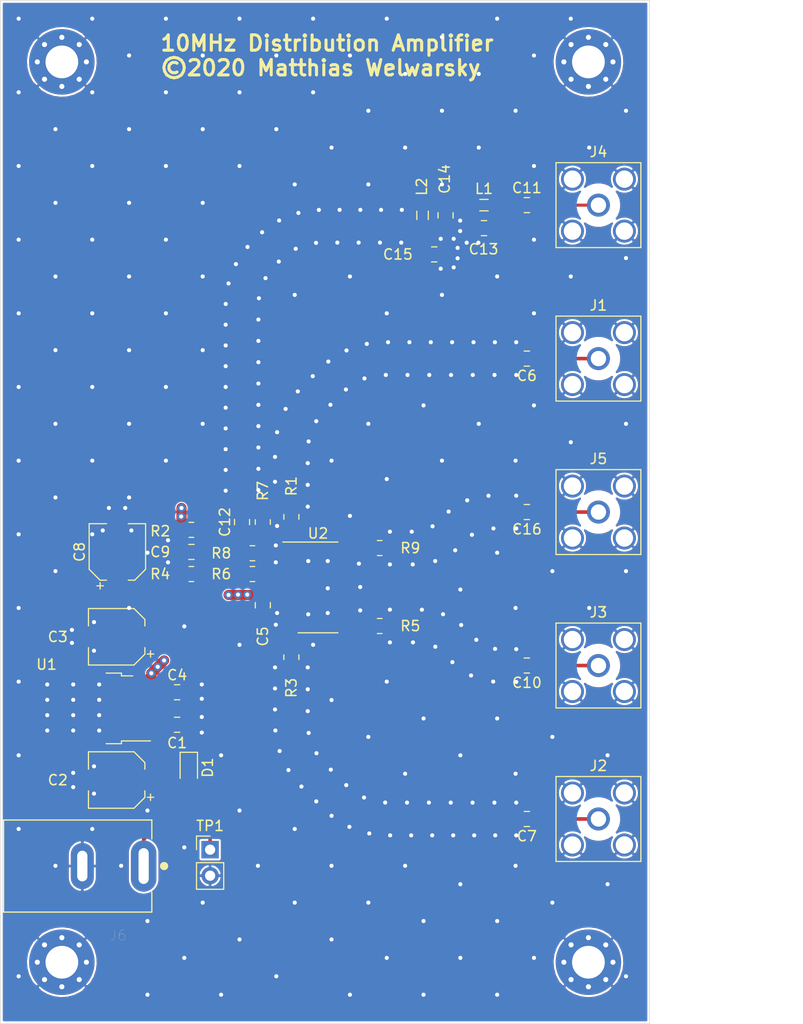
<source format=kicad_pcb>
(kicad_pcb (version 20171130) (host pcbnew 5.1.8-5.1.8)
  (layers (0 F.Cu signal) (1 In1.Cu power) (2 In2.Cu power) (31 B.Cu signal) (34 B.Paste user) (35 F.Paste user) (36 B.SilkS user) (37 F.SilkS user) (38 B.Mask user) (39 F.Mask user) (44 Edge.Cuts user))
  (net 0 "")
  (net 1 GND)
  (net 2 "Net-(C1-Pad1)")
  (net 3 VCC)
  (net 4 "Net-(C6-Pad1)")
  (net 5 "Net-(C7-Pad1)")
  (net 6 "Net-(C8-Pad1)")
  (net 7 "Net-(C10-Pad1)")
  (net 8 "Net-(C11-Pad2)")
  (net 9 "Net-(C11-Pad1)")
  (net 10 "Net-(C12-Pad1)")
  (net 11 "Net-(C14-Pad2)")
  (net 12 "Net-(C16-Pad1)")
  (net 13 /OUTA)
  (net 14 /OUTB)
  (net 15 /OUTC)
  (net 16 /IN10M)
  (net 17 /OUTD)
  (net 18 /A50)
  (net 19 /B50)
  (net 20 /C50)
  (net 21 /D50)
  (net 22 "Net-(D1-Pad2)")
  (net 23 /IN50Z)
  (module Symbol:OSHW-Logo2_14.6x12mm_Copper (layer F.Cu) (at 128.532 58.413)
    (fp_text reference OSHW1 hide)
    (fp_text value Logo_Open_Hardware_Large hide)
    (fp_poly (pts (xy 0.209014 -5.547002) (xy 0.367006 -5.546137) (xy 0.481347 -5.543795) (xy 0.559407 -5.539238) (xy 0.608554 -5.53173) (xy 0.636159 -5.520534) (xy 0.649592 -5.504912) (xy 0.656221 -5.484127) (xy 0.656865 -5.481437) (xy 0.666935 -5.432887) (xy 0.685575 -5.337095) (xy 0.710845 -5.204257) (xy 0.740807 -5.044569) (xy 0.773522 -4.868226) (xy 0.774664 -4.862033) (xy 0.807433 -4.689218) (xy 0.838093 -4.536531) (xy 0.864664 -4.413129) (xy 0.885167 -4.328169) (xy 0.897626 -4.29081) (xy 0.89822 -4.290148) (xy 0.934919 -4.271905) (xy 1.010586 -4.241503) (xy 1.108878 -4.205507) (xy 1.109425 -4.205315) (xy 1.233233 -4.158778) (xy 1.379196 -4.099496) (xy 1.516781 -4.039891) (xy 1.523293 -4.036944) (xy 1.74739 -3.935235) (xy 2.243619 -4.274103) (xy 2.395846 -4.377408) (xy 2.533741 -4.469763) (xy 2.649315 -4.545916) (xy 2.734579 -4.600615) (xy 2.781544 -4.628607) (xy 2.786004 -4.630683) (xy 2.820134 -4.62144) (xy 2.883881 -4.576844) (xy 2.979731 -4.494791) (xy 3.110169 -4.373179) (xy 3.243328 -4.243795) (xy 3.371694 -4.116298) (xy 3.486581 -3.999954) (xy 3.581073 -3.901948) (xy 3.648253 -3.829464) (xy 3.681206 -3.789687) (xy 3.682432 -3.787639) (xy 3.686074 -3.760344) (xy 3.67235 -3.715766) (xy 3.637869 -3.647888) (xy 3.579239 -3.550689) (xy 3.49307 -3.418149) (xy 3.3782 -3.247524) (xy 3.276254 -3.097345) (xy 3.185123 -2.96265) (xy 3.110073 -2.85126) (xy 3.056369 -2.770995) (xy 3.02928 -2.729675) (xy 3.027574 -2.72687) (xy 3.030882 -2.687279) (xy 3.055953 -2.610331) (xy 3.097798 -2.510568) (xy 3.112712 -2.478709) (xy 3.177786 -2.336774) (xy 3.247212 -2.175727) (xy 3.303609 -2.036379) (xy 3.344247 -1.932956) (xy 3.376526 -1.854358) (xy 3.395178 -1.81328) (xy 3.397497 -1.810115) (xy 3.431803 -1.804872) (xy 3.512669 -1.790506) (xy 3.629343 -1.769063) (xy 3.771075 -1.742587) (xy 3.92711 -1.713123) (xy 4.086698 -1.682717) (xy 4.239085 -1.653412) (xy 4.373521 -1.627255) (xy 4.479252 -1.60629) (xy 4.545526 -1.592561) (xy 4.561782 -1.58868) (xy 4.578573 -1.5791) (xy 4.591249 -1.557464) (xy 4.600378 -1.516469) (xy 4.606531 -1.448811) (xy 4.61028 -1.347188) (xy 4.612192 -1.204297) (xy 4.61284 -1.012835) (xy 4.612874 -0.934355) (xy 4.612874 -0.296094) (xy 4.459598 -0.26584) (xy 4.374322 -0.249436) (xy 4.24707 -0.225491) (xy 4.093315 -0.196893) (xy 3.928534 -0.166533) (xy 3.882989 -0.158194) (xy 3.730932 -0.12863) (xy 3.598468 -0.099558) (xy 3.496714 -0.073671) (xy 3.436788 -0.053663) (xy 3.426805 -0.047699) (xy 3.402293 -0.005466) (xy 3.367148 0.07637) (xy 3.328173 0.181683) (xy 3.320442 0.204368) (xy 3.26936 0.345018) (xy 3.205954 0.503714) (xy 3.143904 0.646225) (xy 3.143598 0.646886) (xy 3.040267 0.87044) (xy 3.719961 1.870232) (xy 3.283621 2.3073) (xy 3.151649 2.437381) (xy 3.031279 2.552048) (xy 2.929273 2.645181) (xy 2.852391 2.710658) (xy 2.807393 2.742357) (xy 2.800938 2.744368) (xy 2.76304 2.728529) (xy 2.685708 2.684496) (xy 2.577389 2.61749) (xy 2.446532 2.532734) (xy 2.305052 2.437816) (xy 2.161461 2.340998) (xy 2.033435 2.256751) (xy 1.929105 2.190258) (xy 1.8566 2.146702) (xy 1.824158 2.131264) (xy 1.784576 2.144328) (xy 1.709519 2.17875) (xy 1.614468 2.22738) (xy 1.604392 2.232785) (xy 1.476391 2.29698) (xy 1.388618 2.328463) (xy 1.334028 2.328798) (xy 1.305575 2.299548) (xy 1.30541 2.299138) (xy 1.291188 2.264498) (xy 1.257269 2.182269) (xy 1.206284 2.058814) (xy 1.140862 1.900498) (xy 1.063634 1.713686) (xy 0.977229 1.504742) (xy 0.893551 1.302446) (xy 0.801588 1.0792) (xy 0.71715 0.872392) (xy 0.642769 0.688362) (xy 0.580974 0.533451) (xy 0.534297 0.413996) (xy 0.505268 0.336339) (xy 0.496322 0.307356) (xy 0.518756 0.27411) (xy 0.577439 0.221123) (xy 0.655689 0.162704) (xy 0.878534 -0.022048) (xy 1.052718 -0.233818) (xy 1.176154 -0.468144) (xy 1.246754 -0.720566) (xy 1.262431 -0.986623) (xy 1.251036 -1.109425) (xy 1.18895 -1.364207) (xy 1.082023 -1.589199) (xy 0.936889 -1.782183) (xy 0.760178 -1.940939) (xy 0.558522 -2.06325) (xy 0.338554 -2.146895) (xy 0.106906 -2.189656) (xy -0.129791 -2.189313) (xy -0.364905 -2.143648) (xy -0.591804 -2.050441) (xy -0.803856 -1.907473) (xy -0.892364 -1.826617) (xy -1.062111 -1.618993) (xy -1.180301 -1.392105) (xy -1.247722 -1.152567) (xy -1.26516 -0.906993) (xy -1.233402 -0.661997) (xy -1.153235 -0.424192) (xy -1.025445 -0.200193) (xy -0.85082 0.003387) (xy -0.655688 0.162704) (xy -0.574409 0.223602) (xy -0.516991 0.276015) (xy -0.496322 0.307406) (xy -0.507144 0.341639) (xy -0.537923 0.423419) (xy -0.586126 0.546407) (xy -0.649222 0.704263) (xy -0.724678 0.890649) (xy -0.809962 1.099226) (xy -0.893781 1.302496) (xy -0.986255 1.525933) (xy -1.071911 1.732984) (xy -1.148118 1.917286) (xy -1.212247 2.072475) (xy -1.261668 2.192188) (xy -1.293752 2.270061) (xy -1.305641 2.299138) (xy -1.333726 2.328677) (xy -1.388051 2.328591) (xy -1.475605 2.297326) (xy -1.603381 2.233329) (xy -1.604392 2.232785) (xy -1.700598 2.183121) (xy -1.778369 2.146945) (xy -1.822223 2.131408) (xy -1.824158 2.131264) (xy -1.857171 2.147024) (xy -1.930054 2.19085) (xy -2.034678 2.257557) (xy -2.16291 2.341964) (xy -2.305052 2.437816) (xy -2.449767 2.534867) (xy -2.580196 2.61927) (xy -2.68789 2.685801) (xy -2.764402 2.729238) (xy -2.800938 2.744368) (xy -2.834582 2.724482) (xy -2.902224 2.668903) (xy -2.997107 2.583754) (xy -3.11247 2.475153) (xy -3.241555 2.349221) (xy -3.283771 2.307149) (xy -3.720261 1.869931) (xy -3.388023 1.38234) (xy -3.287054 1.232605) (xy -3.198438 1.09822) (xy -3.127146 0.986969) (xy -3.07815 0.906639) (xy -3.056422 0.865014) (xy -3.055785 0.862053) (xy -3.06724 0.822818) (xy -3.098051 0.743895) (xy -3.142884 0.638509) (xy -3.174353 0.567954) (xy -3.233192 0.432876) (xy -3.288604 0.296409) (xy -3.331564 0.181103) (xy -3.343234 0.145977) (xy -3.376389 0.052174) (xy -3.408799 -0.020306) (xy -3.426601 -0.047699) (xy -3.465886 -0.064464) (xy -3.551626 -0.08823) (xy -3.672697 -0.116303) (xy -3.817973 -0.145991) (xy -3.882988 -0.158194) (xy -4.048087 -0.188532) (xy -4.206448 -0.217907) (xy -4.342596 -0.243431) (xy -4.441057 -0.262215) (xy -4.459598 -0.26584) (xy -4.612873 -0.296094) (xy -4.612873 -0.934355) (xy -4.612529 -1.14423) (xy -4.611116 -1.30302) (xy -4.608064 -1.418027) (xy -4.602803 -1.496554) (xy -4.594763 -1.545904) (xy -4.583373 -1.573381) (xy -4.568063 -1.586287) (xy -4.561782 -1.58868) (xy -4.523896 -1.597167) (xy -4.440195 -1.6141) (xy -4.321433 -1.637434) (xy -4.178361 -1.665125) (xy -4.021732 -1.695127) (xy -3.862297 -1.725396) (xy -3.710809 -1.753885) (xy -3.578019 -1.778551) (xy -3.474681 -1.797349) (xy -3.411545 -1.808233) (xy -3.397497 -1.810115) (xy -3.38477 -1.835296) (xy -3.3566 -1.902378) (xy -3.318252 -1.998667) (xy -3.303609 -2.036379) (xy -3.244548 -2.182079) (xy -3.175 -2.343049) (xy -3.112712 -2.478709) (xy -3.066879 -2.582439) (xy -3.036387 -2.667674) (xy -3.026208 -2.719874) (xy -3.027831 -2.72687) (xy -3.049343 -2.759898) (xy -3.098465 -2.833357) (xy -3.169923 -2.939423) (xy -3.258445 -3.070274) (xy -3.358759 -3.218088) (xy -3.378594 -3.247266) (xy -3.494988 -3.420137) (xy -3.580548 -3.551774) (xy -3.638684 -3.648239) (xy -3.672808 -3.715592) (xy -3.686331 -3.759894) (xy -3.682664 -3.787206) (xy -3.68257 -3.78738) (xy -3.653707 -3.823254) (xy -3.589867 -3.892609) (xy -3.497969 -3.988255) (xy -3.384933 -4.103001) (xy -3.257679 -4.229659) (xy -3.243328 -4.243795) (xy -3.082957 -4.399097) (xy -2.959195 -4.51313) (xy -2.869555 -4.587998) (xy -2.811552 -4.625804) (xy -2.786004 -4.630683) (xy -2.748718 -4.609397) (xy -2.671343 -4.560227) (xy -2.561867 -4.488425) (xy -2.42828 -4.399245) (xy -2.27857 -4.297937) (xy -2.243618 -4.274103) (xy -1.74739 -3.935235) (xy -1.523293 -4.036944) (xy -1.387011 -4.096217) (xy -1.240724 -4.15583) (xy -1.114965 -4.20336) (xy -1.109425 -4.205315) (xy -1.011057 -4.241323) (xy -0.935229 -4.271771) (xy -0.898282 -4.290095) (xy -0.89822 -4.290148) (xy -0.886496 -4.323271) (xy -0.866568 -4.404733) (xy -0.840413 -4.525375) (xy -0.81001 -4.676041) (xy -0.777337 -4.847572) (xy -0.774664 -4.862033) (xy -0.74189 -5.038765) (xy -0.711802 -5.19919) (xy -0.686339 -5.333112) (xy -0.667441 -5.430337) (xy -0.657047 -5.480668) (xy -0.656865 -5.481437) (xy -0.650539 -5.502847) (xy -0.638239 -5.519012) (xy -0.612594 -5.530669) (xy -0.566235 -5.538555) (xy -0.491792 -5.543407) (xy -0.381895 -5.545961) (xy -0.229175 -5.546955) (xy -0.026262 -5.547126) (xy 0 -5.547126) (xy 0.209014 -5.547002)) (layer F.Cu) (width 0.01))
    (fp_poly (pts (xy 6.343439 3.95654) (xy 6.45895 4.032034) (xy 6.514664 4.099617) (xy 6.558804 4.222255) (xy 6.562309 4.319298) (xy 6.554368 4.449056) (xy 6.255115 4.580039) (xy 6.109611 4.646958) (xy 6.014537 4.70079) (xy 5.965101 4.747416) (xy 5.956511 4.79272) (xy 5.983972 4.842582) (xy 6.014253 4.875632) (xy 6.102363 4.928633) (xy 6.198196 4.932347) (xy 6.286212 4.891041) (xy 6.350869 4.808983) (xy 6.362433 4.780008) (xy 6.417825 4.689509) (xy 6.481553 4.65094) (xy 6.568966 4.617946) (xy 6.568966 4.743034) (xy 6.561238 4.828156) (xy 6.530966 4.899938) (xy 6.467518 4.982356) (xy 6.458088 4.993066) (xy 6.387513 5.066391) (xy 6.326847 5.105742) (xy 6.25095 5.123845) (xy 6.18803 5.129774) (xy 6.075487 5.131251) (xy 5.99537 5.112535) (xy 5.94539 5.084747) (xy 5.866838 5.023641) (xy 5.812463 4.957554) (xy 5.778052 4.874441) (xy 5.759388 4.762254) (xy 5.752256 4.608946) (xy 5.751687 4.531136) (xy 5.753622 4.437853) (xy 5.929899 4.437853) (xy 5.931944 4.487896) (xy 5.937039 4.496092) (xy 5.970666 4.484958) (xy 6.04303 4.455493) (xy 6.139747 4.413601) (xy 6.159973 4.404597) (xy 6.282203 4.342442) (xy 6.349547 4.287815) (xy 6.364348 4.236649) (xy 6.328947 4.184876) (xy 6.299711 4.162) (xy 6.194216 4.11625) (xy 6.095476 4.123808) (xy 6.012812 4.179651) (xy 5.955548 4.278753) (xy 5.937188 4.357414) (xy 5.929899 4.437853) (xy 5.753622 4.437853) (xy 5.755459 4.349351) (xy 5.769359 4.214853) (xy 5.796894 4.116916) (xy 5.841572 4.044811) (xy 5.906901 3.987813) (xy 5.935383 3.969393) (xy 6.064763 3.921422) (xy 6.206412 3.918403) (xy 6.343439 3.95654)) (layer F.Cu) (width 0.01))
    (fp_poly (pts (xy 5.33569 3.940018) (xy 5.370585 3.955269) (xy 5.453877 4.021235) (xy 5.525103 4.116618) (xy 5.569153 4.218406) (xy 5.576322 4.268587) (xy 5.552285 4.338647) (xy 5.499561 4.375717) (xy 5.443031 4.398164) (xy 5.417146 4.4023) (xy 5.404542 4.372283) (xy 5.379654 4.306961) (xy 5.368735 4.277445) (xy 5.307508 4.175348) (xy 5.218861 4.124423) (xy 5.105193 4.125989) (xy 5.096774 4.127994) (xy 5.036088 4.156767) (xy 4.991474 4.212859) (xy 4.961002 4.303163) (xy 4.942744 4.434571) (xy 4.934771 4.613974) (xy 4.934023 4.709433) (xy 4.933652 4.859913) (xy 4.931223 4.962495) (xy 4.92476 5.027672) (xy 4.912288 5.065938) (xy 4.891833 5.087785) (xy 4.861419 5.103707) (xy 4.859661 5.104509) (xy 4.801091 5.129272) (xy 4.772075 5.138391) (xy 4.767616 5.110822) (xy 4.763799 5.03462) (xy 4.760899 4.919541) (xy 4.759191 4.775341) (xy 4.758851 4.669814) (xy 4.760588 4.465613) (xy 4.767382 4.310697) (xy 4.781607 4.196024) (xy 4.805638 4.112551) (xy 4.841848 4.051236) (xy 4.892612 4.003034) (xy 4.942739 3.969393) (xy 5.063275 3.924619) (xy 5.203557 3.914521) (xy 5.33569 3.940018)) (layer F.Cu) (width 0.01))
    (fp_poly (pts (xy 4.314406 3.935156) (xy 4.398469 3.973393) (xy 4.46445 4.019726) (xy 4.512794 4.071532) (xy 4.546172 4.138363) (xy 4.567253 4.229769) (xy 4.578707 4.355301) (xy 4.583203 4.524508) (xy 4.583678 4.635933) (xy 4.583678 5.070627) (xy 4.509316 5.104509) (xy 4.450746 5.129272) (xy 4.42173 5.138391) (xy 4.416179 5.111257) (xy 4.411775 5.038094) (xy 4.409078 4.931263) (xy 4.408506 4.846437) (xy 4.406046 4.723887) (xy 4.399412 4.626668) (xy 4.389726 4.567134) (xy 4.382032 4.554483) (xy 4.330311 4.567402) (xy 4.249117 4.600539) (xy 4.155102 4.645461) (xy 4.064917 4.693735) (xy 3.995215 4.736928) (xy 3.962648 4.766608) (xy 3.962519 4.766929) (xy 3.96532 4.821857) (xy 3.990439 4.874292) (xy 4.034541 4.916881) (xy 4.098909 4.931126) (xy 4.153921 4.929466) (xy 4.231835 4.928245) (xy 4.272732 4.946498) (xy 4.297295 4.994726) (xy 4.300392 5.00382) (xy 4.31104 5.072598) (xy 4.282565 5.11436) (xy 4.208344 5.134263) (xy 4.128168 5.137944) (xy 3.98389 5.110658) (xy 3.909203 5.07169) (xy 3.816963 4.980148) (xy 3.768043 4.867782) (xy 3.763654 4.749051) (xy 3.805001 4.638411) (xy 3.867197 4.56908) (xy 3.929294 4.530265) (xy 4.026895 4.481125) (xy 4.140632 4.431292) (xy 4.15959 4.423677) (xy 4.284521 4.368545) (xy 4.356539 4.319954) (xy 4.3797 4.271647) (xy 4.358064 4.21737) (xy 4.32092 4.174943) (xy 4.233127 4.122702) (xy 4.13653 4.118784) (xy 4.047944 4.159041) (xy 3.984186 4.239326) (xy 3.975817 4.26004) (xy 3.927096 4.336225) (xy 3.855965 4.392785) (xy 3.766207 4.439201) (xy 3.766207 4.307584) (xy 3.77149 4.227168) (xy 3.794142 4.163786) (xy 3.844367 4.096163) (xy 3.892582 4.044076) (xy 3.967554 3.970322) (xy 4.025806 3.930702) (xy 4.088372 3.91481) (xy 4.159193 3.912184) (xy 4.314406 3.935156)) (layer F.Cu) (width 0.01))
    (fp_poly (pts (xy 3.580124 3.93984) (xy 3.584579 4.016653) (xy 3.588071 4.133391) (xy 3.590315 4.280821) (xy 3.591035 4.435455) (xy 3.591035 4.958727) (xy 3.498645 5.051117) (xy 3.434978 5.108047) (xy 3.379089 5.131107) (xy 3.302702 5.129647) (xy 3.27238 5.125934) (xy 3.17761 5.115126) (xy 3.099222 5.108933) (xy 3.080115 5.108361) (xy 3.015699 5.112102) (xy 2.923571 5.121494) (xy 2.88785 5.125934) (xy 2.800114 5.132801) (xy 2.741153 5.117885) (xy 2.68269 5.071835) (xy 2.661585 5.051117) (xy 2.569195 4.958727) (xy 2.569195 3.979947) (xy 2.643558 3.946066) (xy 2.70759 3.92097) (xy 2.745052 3.912184) (xy 2.754657 3.93995) (xy 2.763635 4.01753) (xy 2.771386 4.136348) (xy 2.777314 4.287828) (xy 2.780173 4.415805) (xy 2.788161 4.919425) (xy 2.857848 4.929278) (xy 2.921229 4.922389) (xy 2.952286 4.900083) (xy 2.960967 4.858379) (xy 2.968378 4.769544) (xy 2.973931 4.644834) (xy 2.977036 4.495507) (xy 2.977484 4.418661) (xy 2.977931 3.976287) (xy 3.069874 3.944235) (xy 3.134949 3.922443) (xy 3.170347 3.912281) (xy 3.171368 3.912184) (xy 3.17492 3.939809) (xy 3.178823 4.016411) (xy 3.182751 4.132579) (xy 3.186376 4.278904) (xy 3.188908 4.415805) (xy 3.196897 4.919425) (xy 3.372069 4.919425) (xy 3.380107 4.459965) (xy 3.388146 4.000505) (xy 3.473543 3.956344) (xy 3.536593 3.926019) (xy 3.57391 3.912258) (xy 3.574987 3.912184) (xy 3.580124 3.93984)) (layer F.Cu) (width 0.01))
    (fp_poly (pts (xy 2.393914 4.154455) (xy 2.393543 4.372661) (xy 2.392108 4.540519) (xy 2.389002 4.66607) (xy 2.383622 4.757355) (xy 2.375362 4.822415) (xy 2.363616 4.869291) (xy 2.347781 4.906024) (xy 2.33579 4.926991) (xy 2.23649 5.040694) (xy 2.110588 5.111965) (xy 1.971291 5.137538) (xy 1.831805 5.11415) (xy 1.748743 5.072119) (xy 1.661545 4.999411) (xy 1.602117 4.910612) (xy 1.566261 4.79432) (xy 1.549781 4.639135) (xy 1.547447 4.525287) (xy 1.547761 4.517106) (xy 1.751724 4.517106) (xy 1.75297 4.647657) (xy 1.758678 4.73408) (xy 1.771804 4.790618) (xy 1.795306 4.831514) (xy 1.823386 4.862362) (xy 1.917688 4.921905) (xy 2.01894 4.926992) (xy 2.114636 4.877279) (xy 2.122084 4.870543) (xy 2.153874 4.835502) (xy 2.173808 4.793811) (xy 2.1846 4.731762) (xy 2.188965 4.635644) (xy 2.189655 4.529379) (xy 2.188159 4.39588) (xy 2.181964 4.306822) (xy 2.168514 4.248293) (xy 2.145251 4.206382) (xy 2.126175 4.184123) (xy 2.037563 4.127985) (xy 1.935508 4.121235) (xy 1.838095 4.164114) (xy 1.819296 4.180032) (xy 1.787293 4.215382) (xy 1.767318 4.257502) (xy 1.756593 4.320251) (xy 1.752339 4.417487) (xy 1.751724 4.517106) (xy 1.547761 4.517106) (xy 1.554504 4.341947) (xy 1.578472 4.204195) (xy 1.623548 4.100632) (xy 1.693928 4.019856) (xy 1.748743 3.978455) (xy 1.848376 3.933728) (xy 1.963855 3.912967) (xy 2.071199 3.918525) (xy 2.131264 3.940943) (xy 2.154835 3.947323) (xy 2.170477 3.923535) (xy 2.181395 3.859788) (xy 2.189655 3.762687) (xy 2.198699 3.654541) (xy 2.211261 3.589475) (xy 2.234119 3.552268) (xy 2.274051 3.527699) (xy 2.299138 3.516819) (xy 2.394023 3.477072) (xy 2.393914 4.154455)) (layer F.Cu) (width 0.01))
    (fp_poly (pts (xy 1.065943 3.92192) (xy 1.198565 3.970859) (xy 1.30601 4.057419) (xy 1.348032 4.118352) (xy 1.393843 4.230161) (xy 1.392891 4.311006) (xy 1.344808 4.365378) (xy 1.327017 4.374624) (xy 1.250204 4.40345) (xy 1.210976 4.396065) (xy 1.197689 4.347658) (xy 1.197012 4.32092) (xy 1.172686 4.222548) (xy 1.109281 4.153734) (xy 1.021154 4.120498) (xy 0.922663 4.128861) (xy 0.842602 4.172296) (xy 0.815561 4.197072) (xy 0.796394 4.227129) (xy 0.783446 4.272565) (xy 0.775064 4.343476) (xy 0.769593 4.44996) (xy 0.765378 4.602112) (xy 0.764287 4.650287) (xy 0.760307 4.815095) (xy 0.755781 4.931088) (xy 0.748995 5.007833) (xy 0.738231 5.054893) (xy 0.721773 5.081835) (xy 0.697906 5.098223) (xy 0.682626 5.105463) (xy 0.617733 5.13022) (xy 0.579534 5.138391) (xy 0.566912 5.111103) (xy 0.559208 5.028603) (xy 0.55638 4.889941) (xy 0.558386 4.694162) (xy 0.559011 4.663965) (xy 0.563421 4.485349) (xy 0.568635 4.354923) (xy 0.576055 4.262492) (xy 0.587082 4.197858) (xy 0.603117 4.150825) (xy 0.625561 4.111196) (xy 0.637302 4.094215) (xy 0.704619 4.01908) (xy 0.77991 3.960638) (xy 0.789128 3.955536) (xy 0.924133 3.91526) (xy 1.065943 3.92192)) (layer F.Cu) (width 0.01))
    (fp_poly (pts (xy 0.079944 3.92436) (xy 0.194343 3.966842) (xy 0.195652 3.967658) (xy 0.266403 4.01973) (xy 0.318636 4.080584) (xy 0.355371 4.159887) (xy 0.379634 4.267309) (xy 0.394445 4.412517) (xy 0.402829 4.605179) (xy 0.403564 4.632628) (xy 0.41412 5.046521) (xy 0.325291 5.092456) (xy 0.261018 5.123498) (xy 0.22221 5.138206) (xy 0.220415 5.138391) (xy 0.2137 5.11125) (xy 0.208365 5.038041) (xy 0.205083 4.931081) (xy 0.204368 4.844469) (xy 0.204351 4.704162) (xy 0.197937 4.616051) (xy 0.17558 4.574025) (xy 0.127732 4.571975) (xy 0.044849 4.60379) (xy -0.080287 4.662272) (xy -0.172303 4.710845) (xy -0.219629 4.752986) (xy -0.233542 4.798916) (xy -0.233563 4.801189) (xy -0.210605 4.880311) (xy -0.14263 4.923055) (xy -0.038602 4.929246) (xy 0.03633 4.928172) (xy 0.075839 4.949753) (xy 0.100478 5.001591) (xy 0.114659 5.067632) (xy 0.094223 5.105104) (xy 0.086528 5.110467) (xy 0.014083 5.132006) (xy -0.087367 5.135055) (xy -0.191843 5.120778) (xy -0.265875 5.094688) (xy -0.368228 5.007785) (xy -0.426409 4.886816) (xy -0.437931 4.792308) (xy -0.429138 4.707062) (xy -0.39732 4.637476) (xy -0.334316 4.575672) (xy -0.231969 4.513772) (xy -0.082118 4.443897) (xy -0.072988 4.439948) (xy 0.061997 4.377588) (xy 0.145294 4.326446) (xy 0.180997 4.280488) (xy 0.173203 4.233683) (xy 0.126007 4.179998) (xy 0.111894 4.167644) (xy 0.017359 4.119741) (xy -0.080594 4.121758) (xy -0.165903 4.168724) (xy -0.222504 4.255669) (xy -0.227763 4.272734) (xy -0.278977 4.355504) (xy -0.343963 4.395372) (xy -0.437931 4.434882) (xy -0.437931 4.332658) (xy -0.409347 4.184072) (xy -0.324505 4.047784) (xy -0.280355 4.002191) (xy -0.179995 3.943674) (xy -0.052365 3.917184) (xy 0.079944 3.92436)) (layer F.Cu) (width 0.01))
    (fp_poly (pts (xy -1.255402 3.723857) (xy -1.246846 3.843188) (xy -1.237019 3.913506) (xy -1.223401 3.944179) (xy -1.203473 3.944571) (xy -1.197011 3.94091) (xy -1.11106 3.914398) (xy -0.999255 3.915946) (xy -0.885586 3.943199) (xy -0.81449 3.978455) (xy -0.741595 4.034778) (xy -0.688307 4.098519) (xy -0.651725 4.17951) (xy -0.62895 4.287586) (xy -0.617081 4.43258) (xy -0.613218 4.624326) (xy -0.613149 4.661109) (xy -0.613103 5.074288) (xy -0.705046 5.106339) (xy -0.770348 5.128144) (xy -0.806176 5.138297) (xy -0.80723 5.138391) (xy -0.810758 5.11086) (xy -0.813761 5.034923) (xy -0.81601 4.920565) (xy -0.817276 4.777769) (xy -0.817471 4.690951) (xy -0.817877 4.519773) (xy -0.819968 4.397088) (xy -0.825053 4.313) (xy -0.83444 4.257614) (xy -0.849439 4.221032) (xy -0.871358 4.193359) (xy -0.885043 4.180032) (xy -0.979051 4.126328) (xy -1.081636 4.122307) (xy -1.17471 4.167725) (xy -1.191922 4.184123) (xy -1.217168 4.214957) (xy -1.23468 4.251531) (xy -1.245858 4.304415) (xy -1.252104 4.384177) (xy -1.254818 4.501385) (xy -1.255402 4.662991) (xy -1.255402 5.074288) (xy -1.347345 5.106339) (xy -1.412647 5.128144) (xy -1.448475 5.138297) (xy -1.449529 5.138391) (xy -1.452225 5.110448) (xy -1.454655 5.03163) (xy -1.456722 4.909453) (xy -1.458329 4.751432) (xy -1.459377 4.565083) (xy -1.459769 4.35792) (xy -1.45977 4.348706) (xy -1.45977 3.55902) (xy -1.364885 3.518997) (xy -1.27 3.478973) (xy -1.255402 3.723857)) (layer F.Cu) (width 0.01))
    (fp_poly (pts (xy -3.684448 3.884676) (xy -3.569342 3.962111) (xy -3.480389 4.073949) (xy -3.427251 4.216265) (xy -3.416503 4.321015) (xy -3.417724 4.364726) (xy -3.427944 4.398194) (xy -3.456039 4.428179) (xy -3.510884 4.46144) (xy -3.601355 4.504738) (xy -3.736328 4.564833) (xy -3.737011 4.565134) (xy -3.861249 4.622037) (xy -3.963127 4.672565) (xy -4.032233 4.71128) (xy -4.058154 4.73274) (xy -4.058161 4.732913) (xy -4.035315 4.779644) (xy -3.981891 4.831154) (xy -3.920558 4.868261) (xy -3.889485 4.875632) (xy -3.804711 4.850138) (xy -3.731707 4.786291) (xy -3.696087 4.716094) (xy -3.66182 4.664343) (xy -3.594697 4.605409) (xy -3.515792 4.554496) (xy -3.446179 4.526809) (xy -3.431623 4.525287) (xy -3.415237 4.550321) (xy -3.41425 4.614311) (xy -3.426292 4.700593) (xy -3.448993 4.792501) (xy -3.479986 4.873369) (xy -3.481552 4.876509) (xy -3.574819 5.006734) (xy -3.695696 5.095311) (xy -3.832973 5.138786) (xy -3.97544 5.133706) (xy -4.111888 5.076616) (xy -4.117955 5.072602) (xy -4.22529 4.975326) (xy -4.295868 4.848409) (xy -4.334926 4.681526) (xy -4.340168 4.634639) (xy -4.349452 4.413329) (xy -4.338322 4.310124) (xy -4.058161 4.310124) (xy -4.054521 4.374503) (xy -4.034611 4.393291) (xy -3.984974 4.379235) (xy -3.906733 4.346009) (xy -3.819274 4.304359) (xy -3.817101 4.303256) (xy -3.74297 4.264265) (xy -3.713219 4.238244) (xy -3.720555 4.210965) (xy -3.751447 4.175121) (xy -3.83004 4.123251) (xy -3.914677 4.119439) (xy -3.990597 4.157189) (xy -4.043035 4.230001) (xy -4.058161 4.310124) (xy -4.338322 4.310124) (xy -4.330356 4.236261) (xy -4.281366 4.095829) (xy -4.213164 3.997447) (xy -4.090065 3.89803) (xy -3.954472 3.848711) (xy -3.816045 3.845568) (xy -3.684448 3.884676)) (layer F.Cu) (width 0.01))
    (fp_poly (pts (xy -5.951779 3.866015) (xy -5.814939 3.937968) (xy -5.713949 4.053766) (xy -5.678075 4.128213) (xy -5.650161 4.239992) (xy -5.635871 4.381227) (xy -5.634516 4.535371) (xy -5.645405 4.685879) (xy -5.667847 4.816205) (xy -5.70115 4.909803) (xy -5.711385 4.925922) (xy -5.832618 5.046249) (xy -5.976613 5.118317) (xy -6.132861 5.139408) (xy -6.290852 5.106802) (xy -6.33482 5.087253) (xy -6.420444 5.027012) (xy -6.495592 4.947135) (xy -6.502694 4.937004) (xy -6.531561 4.888181) (xy -6.550643 4.83599) (xy -6.561916 4.767285) (xy -6.567355 4.668918) (xy -6.568938 4.527744) (xy -6.568965 4.496092) (xy -6.568893 4.486019) (xy -6.277011 4.486019) (xy -6.275313 4.619256) (xy -6.268628 4.707674) (xy -6.254575 4.764785) (xy -6.230771 4.804102) (xy -6.218621 4.817241) (xy -6.148764 4.867172) (xy -6.080941 4.864895) (xy -6.012365 4.821584) (xy -5.971465 4.775346) (xy -5.947242 4.707857) (xy -5.933639 4.601433) (xy -5.932706 4.58902) (xy -5.930384 4.396147) (xy -5.95465 4.2529) (xy -6.005176 4.16016) (xy -6.081632 4.118807) (xy -6.108924 4.116552) (xy -6.180589 4.127893) (xy -6.22961 4.167184) (xy -6.259582 4.242326) (xy -6.274101 4.361222) (xy -6.277011 4.486019) (xy -6.568893 4.486019) (xy -6.567878 4.345659) (xy -6.563312 4.240549) (xy -6.553312 4.167714) (xy -6.535921 4.114108) (xy -6.509184 4.066681) (xy -6.503276 4.057864) (xy -6.403968 3.939007) (xy -6.295758 3.870008) (xy -6.164019 3.842619) (xy -6.119283 3.841281) (xy -5.951779 3.866015)) (layer F.Cu) (width 0.01))
    (fp_poly (pts (xy -2.582571 3.877719) (xy -2.488877 3.931914) (xy -2.423736 3.985707) (xy -2.376093 4.042066) (xy -2.343272 4.110987) (xy -2.322594 4.202468) (xy -2.31138 4.326506) (xy -2.306951 4.493098) (xy -2.306437 4.612851) (xy -2.306437 5.053659) (xy -2.430517 5.109283) (xy -2.554598 5.164907) (xy -2.569195 4.682095) (xy -2.575227 4.501779) (xy -2.581555 4.370901) (xy -2.589394 4.280511) (xy -2.599963 4.221664) (xy -2.614477 4.185413) (xy -2.634152 4.16281) (xy -2.640465 4.157917) (xy -2.736112 4.119706) (xy -2.832793 4.134827) (xy -2.890345 4.174943) (xy -2.913755 4.20337) (xy -2.929961 4.240672) (xy -2.940259 4.297223) (xy -2.945951 4.383394) (xy -2.948336 4.509558) (xy -2.948736 4.641042) (xy -2.948814 4.805999) (xy -2.951639 4.922761) (xy -2.961093 5.00151) (xy -2.98106 5.052431) (xy -3.015424 5.085706) (xy -3.068068 5.11152) (xy -3.138383 5.138344) (xy -3.21518 5.167542) (xy -3.206038 4.649346) (xy -3.202357 4.462539) (xy -3.19805 4.32449) (xy -3.191877 4.225568) (xy -3.182598 4.156145) (xy -3.168973 4.10659) (xy -3.149761 4.067273) (xy -3.126598 4.032584) (xy -3.014848 3.92177) (xy -2.878487 3.857689) (xy -2.730175 3.842339) (xy -2.582571 3.877719)) (layer F.Cu) (width 0.01))
    (fp_poly (pts (xy -4.8281 3.861903) (xy -4.71655 3.917522) (xy -4.618092 4.019931) (xy -4.590977 4.057864) (xy -4.561438 4.1075) (xy -4.542272 4.161412) (xy -4.531307 4.233364) (xy -4.526371 4.337122) (xy -4.525287 4.474101) (xy -4.530182 4.661815) (xy -4.547196 4.802758) (xy -4.579823 4.907908) (xy -4.631558 4.988243) (xy -4.705896 5.054741) (xy -4.711358 5.058678) (xy -4.78462 5.098953) (xy -4.87284 5.11888) (xy -4.985038 5.123793) (xy -5.167433 5.123793) (xy -5.167509 5.300857) (xy -5.169207 5.39947) (xy -5.17955 5.457314) (xy -5.206578 5.492006) (xy -5.258332 5.521164) (xy -5.270761 5.527121) (xy -5.328923 5.555039) (xy -5.373956 5.572672) (xy -5.407441 5.574194) (xy -5.430962 5.553781) (xy -5.4461 5.505607) (xy -5.454437 5.423846) (xy -5.457556 5.302672) (xy -5.45704 5.13626) (xy -5.454471 4.918785) (xy -5.453668 4.853736) (xy -5.450778 4.629502) (xy -5.448188 4.482821) (xy -5.167586 4.482821) (xy -5.166009 4.607326) (xy -5.159 4.688787) (xy -5.143142 4.742515) (xy -5.115019 4.783823) (xy -5.095925 4.803971) (xy -5.017865 4.862921) (xy -4.948753 4.86772) (xy -4.87744 4.819038) (xy -4.875632 4.817241) (xy -4.846617 4.779618) (xy -4.828967 4.728484) (xy -4.820064 4.649738) (xy -4.817291 4.529276) (xy -4.817241 4.502588) (xy -4.823942 4.336583) (xy -4.845752 4.221505) (xy -4.885235 4.151254) (xy -4.944956 4.119729) (xy -4.979472 4.116552) (xy -5.061389 4.13146) (xy -5.117579 4.180548) (xy -5.151402 4.270362) (xy -5.16622 4.407445) (xy -5.167586 4.482821) (xy -5.448188 4.482821) (xy -5.447713 4.455952) (xy -5.443753 4.325382) (xy -5.438174 4.230087) (xy -5.430254 4.162364) (xy -5.419269 4.114507) (xy -5.404499 4.078813) (xy -5.385218 4.047578) (xy -5.376951 4.035824) (xy -5.267288 3.924797) (xy -5.128635 3.861847) (xy -4.968246 3.844297) (xy -4.8281 3.861903)) (layer F.Cu) (width 0.01))
  )
  (module Connector_PinHeader_2.54mm:PinHeader_1x02_P2.54mm_Vertical (layer F.Cu) (at 129.22 127.9)
    (fp_text reference TP1 (at 0 -2.33) (layer F.SilkS))
    (fp_text value TestPoint_2Pole)
    (pad 2 thru_hole oval (at 0 2.54) (size 1.7 1.7) (drill 1) (layers *.Cu *.Mask) (net 1 GND))
    (pad 1 thru_hole rect (at 0 0) (size 1.7 1.7) (drill 1) (layers *.Cu *.Mask) (net 22 "Net-(D1-Pad2)"))
  )
  (module MountingHole:MountingHole_3.2mm_M3_Pad_Via (layer F.Cu) (at 114.72 138.9)
    (fp_text reference H4 hide)
    (fp_text value MountingHole_Pad)
    (pad 1 thru_hole circle (at 1.697056 -1.697056) (size 0.8 0.8) (drill 0.5) (layers *.Cu *.Mask) (net 1 GND))
    (pad 1 thru_hole circle (at 0 -2.4) (size 0.8 0.8) (drill 0.5) (layers *.Cu *.Mask) (net 1 GND))
    (pad 1 thru_hole circle (at -1.697056 -1.697056) (size 0.8 0.8) (drill 0.5) (layers *.Cu *.Mask) (net 1 GND))
    (pad 1 thru_hole circle (at -2.4 0) (size 0.8 0.8) (drill 0.5) (layers *.Cu *.Mask) (net 1 GND))
    (pad 1 thru_hole circle (at -1.697056 1.697056) (size 0.8 0.8) (drill 0.5) (layers *.Cu *.Mask) (net 1 GND))
    (pad 1 thru_hole circle (at 0 2.4) (size 0.8 0.8) (drill 0.5) (layers *.Cu *.Mask) (net 1 GND))
    (pad 1 thru_hole circle (at 1.697056 1.697056) (size 0.8 0.8) (drill 0.5) (layers *.Cu *.Mask) (net 1 GND))
    (pad 1 thru_hole circle (at 2.4 0) (size 0.8 0.8) (drill 0.5) (layers *.Cu *.Mask) (net 1 GND))
    (pad 1 thru_hole circle (at 0 0) (size 6.4 6.4) (drill 3.2) (layers *.Cu *.Mask) (net 1 GND))
  )
  (module MountingHole:MountingHole_3.2mm_M3_Pad_Via (layer F.Cu) (at 166.22 138.9)
    (fp_text reference H3 hide)
    (fp_text value MountingHole_Pad)
    (pad 1 thru_hole circle (at 1.697056 -1.697056) (size 0.8 0.8) (drill 0.5) (layers *.Cu *.Mask) (net 1 GND))
    (pad 1 thru_hole circle (at 0 -2.4) (size 0.8 0.8) (drill 0.5) (layers *.Cu *.Mask) (net 1 GND))
    (pad 1 thru_hole circle (at -1.697056 -1.697056) (size 0.8 0.8) (drill 0.5) (layers *.Cu *.Mask) (net 1 GND))
    (pad 1 thru_hole circle (at -2.4 0) (size 0.8 0.8) (drill 0.5) (layers *.Cu *.Mask) (net 1 GND))
    (pad 1 thru_hole circle (at -1.697056 1.697056) (size 0.8 0.8) (drill 0.5) (layers *.Cu *.Mask) (net 1 GND))
    (pad 1 thru_hole circle (at 0 2.4) (size 0.8 0.8) (drill 0.5) (layers *.Cu *.Mask) (net 1 GND))
    (pad 1 thru_hole circle (at 1.697056 1.697056) (size 0.8 0.8) (drill 0.5) (layers *.Cu *.Mask) (net 1 GND))
    (pad 1 thru_hole circle (at 2.4 0) (size 0.8 0.8) (drill 0.5) (layers *.Cu *.Mask) (net 1 GND))
    (pad 1 thru_hole circle (at 0 0) (size 6.4 6.4) (drill 3.2) (layers *.Cu *.Mask) (net 1 GND))
  )
  (module MountingHole:MountingHole_3.2mm_M3_Pad_Via (layer F.Cu) (at 166.22 50.9)
    (fp_text reference H2 hide)
    (fp_text value MountingHole_Pad)
    (pad 1 thru_hole circle (at 1.697056 -1.697056) (size 0.8 0.8) (drill 0.5) (layers *.Cu *.Mask) (net 1 GND))
    (pad 1 thru_hole circle (at 0 -2.4) (size 0.8 0.8) (drill 0.5) (layers *.Cu *.Mask) (net 1 GND))
    (pad 1 thru_hole circle (at -1.697056 -1.697056) (size 0.8 0.8) (drill 0.5) (layers *.Cu *.Mask) (net 1 GND))
    (pad 1 thru_hole circle (at -2.4 0) (size 0.8 0.8) (drill 0.5) (layers *.Cu *.Mask) (net 1 GND))
    (pad 1 thru_hole circle (at -1.697056 1.697056) (size 0.8 0.8) (drill 0.5) (layers *.Cu *.Mask) (net 1 GND))
    (pad 1 thru_hole circle (at 0 2.4) (size 0.8 0.8) (drill 0.5) (layers *.Cu *.Mask) (net 1 GND))
    (pad 1 thru_hole circle (at 1.697056 1.697056) (size 0.8 0.8) (drill 0.5) (layers *.Cu *.Mask) (net 1 GND))
    (pad 1 thru_hole circle (at 2.4 0) (size 0.8 0.8) (drill 0.5) (layers *.Cu *.Mask) (net 1 GND))
    (pad 1 thru_hole circle (at 0 0) (size 6.4 6.4) (drill 3.2) (layers *.Cu *.Mask) (net 1 GND))
  )
  (module MountingHole:MountingHole_3.2mm_M3_Pad_Via (layer F.Cu) (at 114.72 50.9)
    (fp_text reference H1 hide)
    (fp_text value MountingHole_Pad)
    (pad 1 thru_hole circle (at 1.697056 -1.697056) (size 0.8 0.8) (drill 0.5) (layers *.Cu *.Mask) (net 1 GND))
    (pad 1 thru_hole circle (at 0 -2.4) (size 0.8 0.8) (drill 0.5) (layers *.Cu *.Mask) (net 1 GND))
    (pad 1 thru_hole circle (at -1.697056 -1.697056) (size 0.8 0.8) (drill 0.5) (layers *.Cu *.Mask) (net 1 GND))
    (pad 1 thru_hole circle (at -2.4 0) (size 0.8 0.8) (drill 0.5) (layers *.Cu *.Mask) (net 1 GND))
    (pad 1 thru_hole circle (at -1.697056 1.697056) (size 0.8 0.8) (drill 0.5) (layers *.Cu *.Mask) (net 1 GND))
    (pad 1 thru_hole circle (at 0 2.4) (size 0.8 0.8) (drill 0.5) (layers *.Cu *.Mask) (net 1 GND))
    (pad 1 thru_hole circle (at 1.697056 1.697056) (size 0.8 0.8) (drill 0.5) (layers *.Cu *.Mask) (net 1 GND))
    (pad 1 thru_hole circle (at 2.4 0) (size 0.8 0.8) (drill 0.5) (layers *.Cu *.Mask) (net 1 GND))
    (pad 1 thru_hole circle (at 0 0) (size 6.4 6.4) (drill 3.2) (layers *.Cu *.Mask) (net 1 GND))
  )
  (module DC_Jacks:CUI_PJ-037BH (layer F.Cu) (at 122.72 129.5 180)
    (fp_text reference J6 (at 2.488328 -6.77404) (layer F.SilkS) (effects (font (size 1.001339 1.001339) (thickness 0.015))))
    (fp_text value PJ-037BH)
    (pad 2 thru_hole oval (at 6 0 180) (size 2.25 4.5) (drill oval 1 3) (layers *.Cu *.Mask) (net 1 GND))
    (pad 1 thru_hole oval (at 0 0 180) (size 2.5 5) (drill oval 1 3.5) (layers *.Cu *.Mask) (net 22 "Net-(D1-Pad2)"))
  )
  (module Inductor_SMD:L_0805_2012Metric_Pad1.05x1.20mm_HandSolder (layer F.Cu) (at 149.998 65.9 270)
    (fp_text reference L2 (at -2.8 0.078 90) (layer F.SilkS))
    (fp_text value 1u)
    (pad 2 smd roundrect (at 1.15 0 270) (size 1.05 1.2) (layers F.Cu F.Paste F.Mask) (roundrect_rratio 0.238) (net 23 /IN50Z) (clearance 0.2))
    (pad 1 smd roundrect (at -1.15 0 270) (size 1.05 1.2) (layers F.Cu F.Paste F.Mask) (roundrect_rratio 0.2380942857142857) (net 11 "Net-(C14-Pad2)"))
  )
  (module Inductor_SMD:L_0805_2012Metric_Pad1.05x1.20mm_HandSolder (layer F.Cu) (at 156.006 64.9 180)
    (fp_text reference L1 (at 0 1.6) (layer F.SilkS))
    (fp_text value 1u)
    (pad 2 smd roundrect (at 1.15 0 180) (size 1.05 1.2) (layers F.Cu F.Paste F.Mask) (roundrect_rratio 0.2380942857142857) (net 11 "Net-(C14-Pad2)"))
    (pad 1 smd roundrect (at -1.15 0 180) (size 1.05 1.2) (layers F.Cu F.Paste F.Mask) (roundrect_rratio 0.2380942857142857) (net 9 "Net-(C11-Pad1)"))
  )
  (module Capacitor_SMD:CP_Elec_5x5.4 (layer F.Cu) (at 120.15 98.799 90)
    (fp_text reference C8 (at 0 -3.7 90) (layer F.SilkS))
    (fp_text value 10u)
    (pad 2 smd roundrect (at 2.2 0 90) (size 3 1.6) (layers F.Cu F.Paste F.Mask) (roundrect_rratio 0.15625) (net 1 GND))
    (pad 1 smd roundrect (at -2.2 0 90) (size 3 1.6) (layers F.Cu F.Paste F.Mask) (roundrect_rratio 0.15625) (net 6 "Net-(C8-Pad1)"))
  )
  (module Capacitor_SMD:CP_Elec_5x5.4 (layer F.Cu) (at 120.08 107.091 180)
    (fp_text reference C3 (at 5.76 -0.009) (layer F.SilkS))
    (fp_text value 10u)
    (pad 2 smd roundrect (at 2.2 0 180) (size 3 1.6) (layers F.Cu F.Paste F.Mask) (roundrect_rratio 0.15625) (net 1 GND))
    (pad 1 smd roundrect (at -2.2 0 180) (size 3 1.6) (layers F.Cu F.Paste F.Mask) (roundrect_rratio 0.15625) (net 3 VCC))
  )
  (module Capacitor_SMD:CP_Elec_5x5.4 (layer F.Cu) (at 120.08 121.091 180)
    (fp_text reference C2 (at 5.76 -0.009) (layer F.SilkS))
    (fp_text value 10u)
    (pad 2 smd roundrect (at 2.2 0 180) (size 3 1.6) (layers F.Cu F.Paste F.Mask) (roundrect_rratio 0.15625) (net 1 GND))
    (pad 1 smd roundrect (at -2.2 0 180) (size 3 1.6) (layers F.Cu F.Paste F.Mask) (roundrect_rratio 0.15625) (net 2 "Net-(C1-Pad1)"))
  )
  (module Diode_SMD:D_SOD-323 (layer F.Cu) (at 127.135 119.881 270)
    (fp_text reference D1 (at 0 -1.85 90) (layer F.SilkS))
    (fp_text value 1N4148WS)
    (pad 2 smd rect (at 1.05 0 270) (size 0.6 0.45) (layers F.Cu F.Paste F.Mask) (net 22 "Net-(D1-Pad2)"))
    (pad 1 smd rect (at -1.05 0 270) (size 0.6 0.45) (layers F.Cu F.Paste F.Mask) (net 2 "Net-(C1-Pad1)"))
  )
  (module Package_SO:SOIC-14_3.9x8.7mm_P1.27mm (layer F.Cu) (at 139.772 102.266)
    (fp_text reference U2 (at 0 -5.28) (layer F.SilkS))
    (fp_text value MAX4022ESDT)
    (pad 14 smd roundrect (at 2.475 -3.81) (size 1.95 0.6) (layers F.Cu F.Paste F.Mask) (net 17 /OUTD))
    (pad 13 smd roundrect (at 2.475 -2.54) (size 1.95 0.6) (layers F.Cu F.Paste F.Mask) (net 1 GND))
    (pad 12 smd roundrect (at 2.475 -1.27) (size 1.95 0.6) (layers F.Cu F.Paste F.Mask) (net 16 /IN10M))
    (pad 11 smd roundrect (at 2.475 0) (size 1.95 0.6) (layers F.Cu F.Paste F.Mask) (net 1 GND))
    (pad 10 smd roundrect (at 2.475 1.27) (size 1.95 0.6) (layers F.Cu F.Paste F.Mask) (net 16 /IN10M))
    (pad 9 smd roundrect (at 2.475 2.54) (size 1.95 0.6) (layers F.Cu F.Paste F.Mask) (net 1 GND))
    (pad 8 smd roundrect (at 2.475 3.81) (size 1.95 0.6) (layers F.Cu F.Paste F.Mask) (net 15 /OUTC))
    (pad 7 smd roundrect (at -2.475 3.81) (size 1.95 0.6) (layers F.Cu F.Paste F.Mask) (net 14 /OUTB))
    (pad 6 smd roundrect (at -2.475 2.54) (size 1.95 0.6) (layers F.Cu F.Paste F.Mask) (net 1 GND))
    (pad 5 smd roundrect (at -2.475 1.27) (size 1.95 0.6) (layers F.Cu F.Paste F.Mask) (net 16 /IN10M))
    (pad 4 smd roundrect (at -2.475 0) (size 1.95 0.6) (layers F.Cu F.Paste F.Mask) (net 3 VCC))
    (pad 3 smd roundrect (at -2.475 -1.27) (size 1.95 0.6) (layers F.Cu F.Paste F.Mask) (net 16 /IN10M))
    (pad 2 smd roundrect (at -2.475 -2.54) (size 1.95 0.6) (layers F.Cu F.Paste F.Mask) (net 1 GND))
    (pad 1 smd roundrect (at -2.475 -3.81) (size 1.95 0.6) (layers F.Cu F.Paste F.Mask) (net 13 /OUTA))
  )
  (module Package_TO_SOT_SMD:TO-252-2 (layer F.Cu) (at 118.08 114.091 180)
    (fp_text reference U1 (at 4.86 4.291) (layer F.SilkS))
    (fp_text value MC78M09_TO252)
    (pad 2 smd rect (at 2.1 0 180) (size 6.4 5.8) (layers F.Cu F.Mask) (net 1 GND))
    (pad 3 smd rect (at -4.2 2.28 180) (size 2.2 1.2) (layers F.Cu F.Paste F.Mask) (net 3 VCC))
    (pad 1 smd rect (at -4.2 -2.28 180) (size 2.2 1.2) (layers F.Cu F.Paste F.Mask) (net 2 "Net-(C1-Pad1)"))
  )
  (module Resistor_SMD:R_0805_2012Metric_Pad1.20x1.40mm_HandSolder (layer F.Cu) (at 145.804 98.418 180)
    (fp_text reference R9 (at -3 0) (layer F.SilkS))
    (fp_text value 49.9)
    (pad 2 smd roundrect (at 1 0 180) (size 1.2 1.4) (layers F.Cu F.Paste F.Mask) (roundrect_rratio 0.2083325) (net 17 /OUTD))
    (pad 1 smd roundrect (at -1 0 180) (size 1.2 1.4) (layers F.Cu F.Paste F.Mask) (roundrect_rratio 0.208) (net 21 /D50) (clearance 0.2))
  )
  (module Resistor_SMD:R_0805_2012Metric_Pad1.20x1.40mm_HandSolder (layer F.Cu) (at 133.358 98.926)
    (fp_text reference R8 (at -3.048 0) (layer F.SilkS))
    (fp_text value 4k7)
    (pad 2 smd roundrect (at 1 0) (size 1.2 1.4) (layers F.Cu F.Paste F.Mask) (roundrect_rratio 0.2083325) (net 1 GND))
    (pad 1 smd roundrect (at -1 0) (size 1.2 1.4) (layers F.Cu F.Paste F.Mask) (roundrect_rratio 0.2083325) (net 10 "Net-(C12-Pad1)"))
  )
  (module Resistor_SMD:R_0805_2012Metric_Pad1.20x1.40mm_HandSolder (layer F.Cu) (at 134.374 95.878 270)
    (fp_text reference R7 (at -3.048 0 90) (layer F.SilkS))
    (fp_text value 49.9)
    (pad 2 smd roundrect (at 1 0 270) (size 1.2 1.4) (layers F.Cu F.Paste F.Mask) (roundrect_rratio 0.2083325) (net 1 GND))
    (pad 1 smd roundrect (at -1 0 270) (size 1.2 1.4) (layers F.Cu F.Paste F.Mask) (roundrect_rratio 0.208) (net 23 /IN50Z) (clearance 0.2))
  )
  (module Resistor_SMD:R_0805_2012Metric_Pad1.20x1.40mm_HandSolder (layer F.Cu) (at 133.358 100.958 180)
    (fp_text reference R6 (at 3.048 0) (layer F.SilkS))
    (fp_text value 49.9)
    (pad 2 smd roundrect (at 1 0 180) (size 1.2 1.4) (layers F.Cu F.Paste F.Mask) (roundrect_rratio 0.2083325) (net 10 "Net-(C12-Pad1)"))
    (pad 1 smd roundrect (at -1 0 180) (size 1.2 1.4) (layers F.Cu F.Paste F.Mask) (roundrect_rratio 0.2083325) (net 16 /IN10M))
  )
  (module Resistor_SMD:R_0805_2012Metric_Pad1.20x1.40mm_HandSolder (layer F.Cu) (at 145.804 106.038 180)
    (fp_text reference R5 (at -3 0) (layer F.SilkS))
    (fp_text value 49.9)
    (pad 2 smd roundrect (at 1 0 180) (size 1.2 1.4) (layers F.Cu F.Paste F.Mask) (roundrect_rratio 0.2083325) (net 15 /OUTC))
    (pad 1 smd roundrect (at -1 0 180) (size 1.2 1.4) (layers F.Cu F.Paste F.Mask) (roundrect_rratio 0.208) (net 20 /C50) (clearance 0.2))
  )
  (module Resistor_SMD:R_0805_2012Metric_Pad1.20x1.40mm_HandSolder (layer F.Cu) (at 127.389 100.958)
    (fp_text reference R4 (at -3.048 0) (layer F.SilkS))
    (fp_text value 10k)
    (pad 2 smd roundrect (at 1 0) (size 1.2 1.4) (layers F.Cu F.Paste F.Mask) (roundrect_rratio 0.2083325) (net 10 "Net-(C12-Pad1)"))
    (pad 1 smd roundrect (at -1 0) (size 1.2 1.4) (layers F.Cu F.Paste F.Mask) (roundrect_rratio 0.2083325) (net 6 "Net-(C8-Pad1)"))
  )
  (module Resistor_SMD:R_0805_2012Metric_Pad1.20x1.40mm_HandSolder (layer F.Cu) (at 137.168 109.086 90)
    (fp_text reference R3 (at -3 0 90) (layer F.SilkS))
    (fp_text value 49.9)
    (pad 2 smd roundrect (at 1 0 90) (size 1.2 1.4) (layers F.Cu F.Paste F.Mask) (roundrect_rratio 0.2083325) (net 14 /OUTB))
    (pad 1 smd roundrect (at -1 0 90) (size 1.2 1.4) (layers F.Cu F.Paste F.Mask) (roundrect_rratio 0.208) (net 19 /B50) (clearance 0.2))
  )
  (module Resistor_SMD:R_0805_2012Metric_Pad1.20x1.40mm_HandSolder (layer F.Cu) (at 127.389 96.64 180)
    (fp_text reference R2 (at 3.048 -0.127) (layer F.SilkS))
    (fp_text value 10k)
    (pad 2 smd roundrect (at 1 0 180) (size 1.2 1.4) (layers F.Cu F.Paste F.Mask) (roundrect_rratio 0.2083325) (net 3 VCC))
    (pad 1 smd roundrect (at -1 0 180) (size 1.2 1.4) (layers F.Cu F.Paste F.Mask) (roundrect_rratio 0.2083325) (net 6 "Net-(C8-Pad1)"))
  )
  (module Resistor_SMD:R_0805_2012Metric_Pad1.20x1.40mm_HandSolder (layer F.Cu) (at 137.168 95.37 270)
    (fp_text reference R1 (at -3 0 90) (layer F.SilkS))
    (fp_text value 49.9)
    (pad 2 smd roundrect (at 1 0 270) (size 1.2 1.4) (layers F.Cu F.Paste F.Mask) (roundrect_rratio 0.2083325) (net 13 /OUTA))
    (pad 1 smd roundrect (at -1 0 270) (size 1.2 1.4) (layers F.Cu F.Paste F.Mask) (roundrect_rratio 0.208) (net 18 /A50) (clearance 0.2))
  )
  (module Connector_Coaxial:SMA_Amphenol_132203-12_Horizontal (layer F.Cu) (at 167.2 94.9 270)
    (fp_text reference J5 (at -5.2 0) (layer F.SilkS))
    (fp_text value Conn_Coaxial)
    (pad 1 thru_hole circle (at 0 0 270) (size 2.25 2.25) (drill 1.5) (layers *.Cu *.Mask) (net 12 "Net-(C16-Pad1)"))
    (pad 2 thru_hole circle (at 2.54 2.54) (size 2.25 2.25) (drill 1.7) (layers *.Cu *.Mask) (net 1 GND))
    (pad 2 thru_hole circle (at 2.54 -2.54 270) (size 2.25 2.25) (drill 1.7) (layers *.Cu *.Mask) (net 1 GND))
    (pad 2 thru_hole circle (at -2.54 -2.54 270) (size 2.25 2.25) (drill 1.7) (layers *.Cu *.Mask) (net 1 GND))
    (pad 2 thru_hole circle (at -2.54 2.54 270) (size 2.25 2.25) (drill 1.7) (layers *.Cu *.Mask) (net 1 GND))
  )
  (module Connector_Coaxial:SMA_Amphenol_132203-12_Horizontal (layer F.Cu) (at 167.2 64.9 270)
    (fp_text reference J4 (at -5.2 0) (layer F.SilkS))
    (fp_text value Conn_Coaxial)
    (pad 1 thru_hole circle (at 0 0 270) (size 2.25 2.25) (drill 1.5) (layers *.Cu *.Mask) (net 8 "Net-(C11-Pad2)"))
    (pad 2 thru_hole circle (at 2.54 2.54) (size 2.25 2.25) (drill 1.7) (layers *.Cu *.Mask) (net 1 GND))
    (pad 2 thru_hole circle (at 2.54 -2.54 270) (size 2.25 2.25) (drill 1.7) (layers *.Cu *.Mask) (net 1 GND))
    (pad 2 thru_hole circle (at -2.54 -2.54 270) (size 2.25 2.25) (drill 1.7) (layers *.Cu *.Mask) (net 1 GND))
    (pad 2 thru_hole circle (at -2.54 2.54 270) (size 2.25 2.25) (drill 1.7) (layers *.Cu *.Mask) (net 1 GND))
  )
  (module Connector_Coaxial:SMA_Amphenol_132203-12_Horizontal (layer F.Cu) (at 167.2 109.9 270)
    (fp_text reference J3 (at -5.2 0) (layer F.SilkS))
    (fp_text value Conn_Coaxial)
    (pad 1 thru_hole circle (at 0 0 270) (size 2.25 2.25) (drill 1.5) (layers *.Cu *.Mask) (net 7 "Net-(C10-Pad1)"))
    (pad 2 thru_hole circle (at 2.54 2.54) (size 2.25 2.25) (drill 1.7) (layers *.Cu *.Mask) (net 1 GND))
    (pad 2 thru_hole circle (at 2.54 -2.54 270) (size 2.25 2.25) (drill 1.7) (layers *.Cu *.Mask) (net 1 GND))
    (pad 2 thru_hole circle (at -2.54 -2.54 270) (size 2.25 2.25) (drill 1.7) (layers *.Cu *.Mask) (net 1 GND))
    (pad 2 thru_hole circle (at -2.54 2.54 270) (size 2.25 2.25) (drill 1.7) (layers *.Cu *.Mask) (net 1 GND))
  )
  (module Connector_Coaxial:SMA_Amphenol_132203-12_Horizontal (layer F.Cu) (at 167.2 124.9 270)
    (fp_text reference J2 (at -5.2 0) (layer F.SilkS))
    (fp_text value Conn_Coaxial)
    (pad 1 thru_hole circle (at 0 0 270) (size 2.25 2.25) (drill 1.5) (layers *.Cu *.Mask) (net 5 "Net-(C7-Pad1)"))
    (pad 2 thru_hole circle (at 2.54 2.54) (size 2.25 2.25) (drill 1.7) (layers *.Cu *.Mask) (net 1 GND))
    (pad 2 thru_hole circle (at 2.54 -2.54 270) (size 2.25 2.25) (drill 1.7) (layers *.Cu *.Mask) (net 1 GND))
    (pad 2 thru_hole circle (at -2.54 -2.54 270) (size 2.25 2.25) (drill 1.7) (layers *.Cu *.Mask) (net 1 GND))
    (pad 2 thru_hole circle (at -2.54 2.54 270) (size 2.25 2.25) (drill 1.7) (layers *.Cu *.Mask) (net 1 GND))
  )
  (module Connector_Coaxial:SMA_Amphenol_132203-12_Horizontal (layer F.Cu) (at 167.2 79.9 270)
    (fp_text reference J1 (at -5.2 0) (layer F.SilkS))
    (fp_text value Conn_Coaxial)
    (pad 1 thru_hole circle (at 0 0 270) (size 2.25 2.25) (drill 1.5) (layers *.Cu *.Mask) (net 4 "Net-(C6-Pad1)"))
    (pad 2 thru_hole circle (at 2.54 2.54) (size 2.25 2.25) (drill 1.7) (layers *.Cu *.Mask) (net 1 GND))
    (pad 2 thru_hole circle (at 2.54 -2.54 270) (size 2.25 2.25) (drill 1.7) (layers *.Cu *.Mask) (net 1 GND))
    (pad 2 thru_hole circle (at -2.54 -2.54 270) (size 2.25 2.25) (drill 1.7) (layers *.Cu *.Mask) (net 1 GND))
    (pad 2 thru_hole circle (at -2.54 2.54 270) (size 2.25 2.25) (drill 1.7) (layers *.Cu *.Mask) (net 1 GND))
  )
  (module Capacitor_SMD:C_0805_2012Metric_Pad1.18x1.45mm_HandSolder (layer F.Cu) (at 160.2 94.9 180)
    (fp_text reference C16 (at 0 -1.68) (layer F.SilkS))
    (fp_text value 100n)
    (pad 2 smd roundrect (at 1.0375 0 180) (size 1.175 1.45) (layers F.Cu F.Paste F.Mask) (roundrect_rratio 0.213) (net 21 /D50) (clearance 0.2))
    (pad 1 smd roundrect (at -1.0375 0 180) (size 1.175 1.45) (layers F.Cu F.Paste F.Mask) (roundrect_rratio 0.213) (net 12 "Net-(C16-Pad1)") (clearance 0.2))
  )
  (module Capacitor_SMD:C_0805_2012Metric_Pad1.18x1.45mm_HandSolder (layer F.Cu) (at 151.138 69.716 180)
    (fp_text reference C15 (at 3.556 0) (layer F.SilkS))
    (fp_text value 220p)
    (pad 2 smd roundrect (at 1.0375 0 180) (size 1.175 1.45) (layers F.Cu F.Paste F.Mask) (roundrect_rratio 0.213) (net 23 /IN50Z) (clearance 0.2))
    (pad 1 smd roundrect (at -1.0375 0 180) (size 1.175 1.45) (layers F.Cu F.Paste F.Mask) (roundrect_rratio 0.2127659574468085) (net 1 GND))
  )
  (module Capacitor_SMD:C_0805_2012Metric_Pad1.18x1.45mm_HandSolder (layer F.Cu) (at 152.248 65.9 90)
    (fp_text reference C14 (at 3.55 -0.094 90) (layer F.SilkS))
    (fp_text value 470p)
    (pad 2 smd roundrect (at 1.0375 0 90) (size 1.175 1.45) (layers F.Cu F.Paste F.Mask) (roundrect_rratio 0.2127659574468085) (net 11 "Net-(C14-Pad2)"))
    (pad 1 smd roundrect (at -1.0375 0 90) (size 1.175 1.45) (layers F.Cu F.Paste F.Mask) (roundrect_rratio 0.2127659574468085) (net 1 GND))
  )
  (module Capacitor_SMD:C_0805_2012Metric_Pad1.18x1.45mm_HandSolder (layer F.Cu) (at 156.006 67.15)
    (fp_text reference C13 (at -0.042 2.058) (layer F.SilkS))
    (fp_text value 220p)
    (pad 2 smd roundrect (at 1.0375 0) (size 1.175 1.45) (layers F.Cu F.Paste F.Mask) (roundrect_rratio 0.2127659574468085) (net 9 "Net-(C11-Pad1)"))
    (pad 1 smd roundrect (at -1.0375 0) (size 1.175 1.45) (layers F.Cu F.Paste F.Mask) (roundrect_rratio 0.2127659574468085) (net 1 GND))
  )
  (module Capacitor_SMD:C_0805_2012Metric_Pad1.18x1.45mm_HandSolder (layer F.Cu) (at 132.342 95.878 90)
    (fp_text reference C12 (at 0 -1.68 90) (layer F.SilkS))
    (fp_text value 100n)
    (pad 2 smd roundrect (at 1.0375 0 90) (size 1.175 1.45) (layers F.Cu F.Paste F.Mask) (roundrect_rratio 0.213) (net 23 /IN50Z) (clearance 0.2))
    (pad 1 smd roundrect (at -1.0375 0 90) (size 1.175 1.45) (layers F.Cu F.Paste F.Mask) (roundrect_rratio 0.2127659574468085) (net 10 "Net-(C12-Pad1)"))
  )
  (module Capacitor_SMD:C_0805_2012Metric_Pad1.18x1.45mm_HandSolder (layer F.Cu) (at 160.2 64.9)
    (fp_text reference C11 (at 0 -1.68) (layer F.SilkS))
    (fp_text value 100n)
    (pad 2 smd roundrect (at 1.0375 0) (size 1.175 1.45) (layers F.Cu F.Paste F.Mask) (roundrect_rratio 0.213) (net 8 "Net-(C11-Pad2)") (clearance 0.2))
    (pad 1 smd roundrect (at -1.0375 0) (size 1.175 1.45) (layers F.Cu F.Paste F.Mask) (roundrect_rratio 0.2127659574468085) (net 9 "Net-(C11-Pad1)"))
  )
  (module Capacitor_SMD:C_0805_2012Metric_Pad1.18x1.45mm_HandSolder (layer F.Cu) (at 160.2 109.9 180)
    (fp_text reference C10 (at 0 -1.68) (layer F.SilkS))
    (fp_text value 100n)
    (pad 2 smd roundrect (at 1.0375 0 180) (size 1.175 1.45) (layers F.Cu F.Paste F.Mask) (roundrect_rratio 0.213) (net 20 /C50) (clearance 0.2))
    (pad 1 smd roundrect (at -1.0375 0 180) (size 1.175 1.45) (layers F.Cu F.Paste F.Mask) (roundrect_rratio 0.213) (net 7 "Net-(C10-Pad1)") (clearance 0.2))
  )
  (module Capacitor_SMD:C_0805_2012Metric_Pad1.18x1.45mm_HandSolder (layer F.Cu) (at 127.389 98.799 180)
    (fp_text reference C9 (at 3.048 0) (layer F.SilkS))
    (fp_text value 100n)
    (pad 2 smd roundrect (at 1.0375 0 180) (size 1.175 1.45) (layers F.Cu F.Paste F.Mask) (roundrect_rratio 0.2127659574468085) (net 1 GND))
    (pad 1 smd roundrect (at -1.0375 0 180) (size 1.175 1.45) (layers F.Cu F.Paste F.Mask) (roundrect_rratio 0.2127659574468085) (net 6 "Net-(C8-Pad1)"))
  )
  (module Capacitor_SMD:C_0805_2012Metric_Pad1.18x1.45mm_HandSolder (layer F.Cu) (at 160.2 124.9 180)
    (fp_text reference C7 (at 0 -1.68) (layer F.SilkS))
    (fp_text value 100n)
    (pad 2 smd roundrect (at 1.0375 0 180) (size 1.175 1.45) (layers F.Cu F.Paste F.Mask) (roundrect_rratio 0.213) (net 19 /B50) (clearance 0.2))
    (pad 1 smd roundrect (at -1.0375 0 180) (size 1.175 1.45) (layers F.Cu F.Paste F.Mask) (roundrect_rratio 0.213) (net 5 "Net-(C7-Pad1)") (clearance 0.2))
  )
  (module Capacitor_SMD:C_0805_2012Metric_Pad1.18x1.45mm_HandSolder (layer F.Cu) (at 160.2 79.9 180)
    (fp_text reference C6 (at 0 -1.68) (layer F.SilkS))
    (fp_text value 100n)
    (pad 2 smd roundrect (at 1.0375 0 180) (size 1.175 1.45) (layers F.Cu F.Paste F.Mask) (roundrect_rratio 0.213) (net 18 /A50) (clearance 0.2))
    (pad 1 smd roundrect (at -1.0375 0 180) (size 1.175 1.45) (layers F.Cu F.Paste F.Mask) (roundrect_rratio 0.213) (net 4 "Net-(C6-Pad1)") (clearance 0.2))
  )
  (module Capacitor_SMD:C_0805_2012Metric_Pad1.18x1.45mm_HandSolder (layer F.Cu) (at 134.374 104.006 270)
    (fp_text reference C5 (at 3.048 0 90) (layer F.SilkS))
    (fp_text value 100n)
    (pad 2 smd roundrect (at 1.0375 0 270) (size 1.175 1.45) (layers F.Cu F.Paste F.Mask) (roundrect_rratio 0.2127659574468085) (net 1 GND))
    (pad 1 smd roundrect (at -1.0375 0 270) (size 1.175 1.45) (layers F.Cu F.Paste F.Mask) (roundrect_rratio 0.2127659574468085) (net 3 VCC))
  )
  (module Capacitor_SMD:C_0805_2012Metric_Pad1.18x1.45mm_HandSolder (layer F.Cu) (at 125.992 112.515)
    (fp_text reference C4 (at 0 -1.68) (layer F.SilkS))
    (fp_text value 100n)
    (pad 2 smd roundrect (at 1.0375 0) (size 1.175 1.45) (layers F.Cu F.Paste F.Mask) (roundrect_rratio 0.2127659574468085) (net 1 GND))
    (pad 1 smd roundrect (at -1.0375 0) (size 1.175 1.45) (layers F.Cu F.Paste F.Mask) (roundrect_rratio 0.2127659574468085) (net 3 VCC))
  )
  (module Capacitor_SMD:C_0805_2012Metric_Pad1.18x1.45mm_HandSolder (layer F.Cu) (at 125.992 115.69)
    (fp_text reference C1 (at 0 1.778) (layer F.SilkS))
    (fp_text value 100n)
    (pad 2 smd roundrect (at 1.0375 0) (size 1.175 1.45) (layers F.Cu F.Paste F.Mask) (roundrect_rratio 0.2127659574468085) (net 1 GND))
    (pad 1 smd roundrect (at -1.0375 0) (size 1.175 1.45) (layers F.Cu F.Paste F.Mask) (roundrect_rratio 0.2127659574468085) (net 2 "Net-(C1-Pad1)"))
  )
  (gr_text "10MHz Distribution Amplifier\n©2020 Matthias Welwarsky" (at 124.214 50.285) (layer F.SilkS) (effects (font (size 1.5 1.5) (thickness 0.3)) (justify left)))
  (gr_line (start 108.72 44.9) (end 108.72 144.9) (layer Edge.Cuts) (width 0.05))
  (gr_line (start 172.2 44.9) (end 108.72 44.9) (layer Edge.Cuts) (width 0.05))
  (gr_line (start 172.2 144.9) (end 172.2 44.9) (layer Edge.Cuts) (width 0.05))
  (gr_line (start 108.72 144.9) (end 172.2 144.9) (layer Edge.Cuts) (width 0.05))
  (via (at 113.292 111.753) (size 0.8) (drill 0.4) (layers F.Cu B.Cu) (net 1))
  (via (at 157.025934 123.3) (size 0.8) (drill 0.4) (layers F.Cu B.Cu) (net 1))
  (via (at 154.889369 123.3) (size 0.8) (drill 0.4) (layers F.Cu B.Cu) (net 1))
  (via (at 152.752804 123.3) (size 0.8) (drill 0.4) (layers F.Cu B.Cu) (net 1))
  (via (at 150.616239 123.3) (size 0.8) (drill 0.4) (layers F.Cu B.Cu) (net 1))
  (via (at 148.479674 123.3) (size 0.8) (drill 0.4) (layers F.Cu B.Cu) (net 1))
  (via (at 146.343188 123.293605) (size 0.8) (drill 0.4) (layers F.Cu B.Cu) (net 1))
  (via (at 144.276736 122.804384) (size 0.8) (drill 0.4) (layers F.Cu B.Cu) (net 1))
  (via (at 142.535281 121.588539) (size 0.8) (drill 0.4) (layers F.Cu B.Cu) (net 1))
  (via (at 141.024501 120.077759) (size 0.8) (drill 0.4) (layers F.Cu B.Cu) (net 1))
  (via (at 139.625776 118.470835) (size 0.8) (drill 0.4) (layers F.Cu B.Cu) (net 1))
  (via (at 138.860476 116.490109) (size 0.8) (drill 0.4) (layers F.Cu B.Cu) (net 1))
  (via (at 138.768 114.35913) (size 0.8) (drill 0.4) (layers F.Cu B.Cu) (net 1))
  (via (at 138.768 112.222565) (size 0.8) (drill 0.4) (layers F.Cu B.Cu) (net 1))
  (via (at 159.1625 123.3) (size 0.8) (drill 0.4) (layers F.Cu B.Cu) (net 1))
  (via (at 138.768 110.086) (size 0.8) (drill 0.4) (layers F.Cu B.Cu) (net 1))
  (via (at 135.568 112.141231) (size 0.8) (drill 0.4) (layers F.Cu B.Cu) (net 1))
  (via (at 135.568 114.196463) (size 0.8) (drill 0.4) (layers F.Cu B.Cu) (net 1))
  (via (at 135.602716 116.250684) (size 0.8) (drill 0.4) (layers F.Cu B.Cu) (net 1))
  (via (at 136.016926 118.258757) (size 0.8) (drill 0.4) (layers F.Cu B.Cu) (net 1))
  (via (at 136.881214 120.118033) (size 0.8) (drill 0.4) (layers F.Cu B.Cu) (net 1))
  (via (at 138.150175 121.728863) (size 0.8) (drill 0.4) (layers F.Cu B.Cu) (net 1))
  (via (at 139.603416 123.182158) (size 0.8) (drill 0.4) (layers F.Cu B.Cu) (net 1))
  (via (at 141.098377 124.590264) (size 0.8) (drill 0.4) (layers F.Cu B.Cu) (net 1))
  (via (at 142.842289 125.668828) (size 0.8) (drill 0.4) (layers F.Cu B.Cu) (net 1))
  (via (at 144.788517 126.314782) (size 0.8) (drill 0.4) (layers F.Cu B.Cu) (net 1))
  (via (at 146.831109 126.5) (size 0.8) (drill 0.4) (layers F.Cu B.Cu) (net 1))
  (via (at 148.886341 126.5) (size 0.8) (drill 0.4) (layers F.Cu B.Cu) (net 1))
  (via (at 150.941572 126.5) (size 0.8) (drill 0.4) (layers F.Cu B.Cu) (net 1))
  (via (at 152.996804 126.5) (size 0.8) (drill 0.4) (layers F.Cu B.Cu) (net 1))
  (via (at 155.052036 126.5) (size 0.8) (drill 0.4) (layers F.Cu B.Cu) (net 1))
  (via (at 157.107268 126.5) (size 0.8) (drill 0.4) (layers F.Cu B.Cu) (net 1))
  (via (at 135.568 110.086) (size 0.8) (drill 0.4) (layers F.Cu B.Cu) (net 1))
  (via (at 159.1625 126.5) (size 0.8) (drill 0.4) (layers F.Cu B.Cu) (net 1))
  (via (at 157.09158 108.271637) (size 0.8) (drill 0.4) (layers F.Cu B.Cu) (net 1))
  (via (at 155.258199 107.385208) (size 0.8) (drill 0.4) (layers F.Cu B.Cu) (net 1))
  (via (at 153.774249 105.939766) (size 0.8) (drill 0.4) (layers F.Cu B.Cu) (net 1))
  (via (at 152.000592 104.886138) (size 0.8) (drill 0.4) (layers F.Cu B.Cu) (net 1))
  (via (at 159.1625 108.3) (size 0.8) (drill 0.4) (layers F.Cu B.Cu) (net 1))
  (via (at 149.932917 104.444596) (size 0.8) (drill 0.4) (layers F.Cu B.Cu) (net 1))
  (via (at 146.804 104.438) (size 0.8) (drill 0.4) (layers F.Cu B.Cu) (net 1))
  (via (at 149.060944 107.638) (size 0.8) (drill 0.4) (layers F.Cu B.Cu) (net 1))
  (via (at 151.243799 108.062776) (size 0.8) (drill 0.4) (layers F.Cu B.Cu) (net 1))
  (via (at 152.914445 109.569187) (size 0.8) (drill 0.4) (layers F.Cu B.Cu) (net 1))
  (via (at 154.741817 110.874308) (size 0.8) (drill 0.4) (layers F.Cu B.Cu) (net 1))
  (via (at 156.906407 111.471594) (size 0.8) (drill 0.4) (layers F.Cu B.Cu) (net 1))
  (via (at 146.804 107.638) (size 0.8) (drill 0.4) (layers F.Cu B.Cu) (net 1))
  (via (at 159.1625 111.5) (size 0.8) (drill 0.4) (layers F.Cu B.Cu) (net 1))
  (via (at 149.037196 100.018) (size 0.8) (drill 0.4) (layers F.Cu B.Cu) (net 1))
  (via (at 151.23519 99.690456) (size 0.8) (drill 0.4) (layers F.Cu B.Cu) (net 1))
  (via (at 153.191664 98.637843) (size 0.8) (drill 0.4) (layers F.Cu B.Cu) (net 1))
  (via (at 154.828553 97.122026) (size 0.8) (drill 0.4) (layers F.Cu B.Cu) (net 1))
  (via (at 156.929303 96.5) (size 0.8) (drill 0.4) (layers F.Cu B.Cu) (net 1))
  (via (at 146.804 100.018) (size 0.8) (drill 0.4) (layers F.Cu B.Cu) (net 1))
  (via (at 159.1625 96.5) (size 0.8) (drill 0.4) (layers F.Cu B.Cu) (net 1))
  (via (at 154.366028 93.752525) (size 0.8) (drill 0.4) (layers F.Cu B.Cu) (net 1))
  (via (at 152.545898 94.851665) (size 0.8) (drill 0.4) (layers F.Cu B.Cu) (net 1))
  (via (at 150.97482 96.294108) (size 0.8) (drill 0.4) (layers F.Cu B.Cu) (net 1))
  (via (at 148.940364 96.818) (size 0.8) (drill 0.4) (layers F.Cu B.Cu) (net 1))
  (via (at 159.1625 93.3) (size 0.8) (drill 0.4) (layers F.Cu B.Cu) (net 1))
  (via (at 156.445225 93.306592) (size 0.8) (drill 0.4) (layers F.Cu B.Cu) (net 1))
  (via (at 146.804 96.818) (size 0.8) (drill 0.4) (layers F.Cu B.Cu) (net 1))
  (via (at 138.768 92.243612) (size 0.8) (drill 0.4) (layers F.Cu B.Cu) (net 1))
  (via (at 138.768 90.117225) (size 0.8) (drill 0.4) (layers F.Cu B.Cu) (net 1))
  (via (at 138.855255 87.995973) (size 0.8) (drill 0.4) (layers F.Cu B.Cu) (net 1))
  (via (at 139.603995 86.019559) (size 0.8) (drill 0.4) (layers F.Cu B.Cu) (net 1))
  (via (at 140.988517 84.414223) (size 0.8) (drill 0.4) (layers F.Cu B.Cu) (net 1))
  (via (at 142.500457 82.919375) (size 0.8) (drill 0.4) (layers F.Cu B.Cu) (net 1))
  (via (at 144.317112 81.838822) (size 0.8) (drill 0.4) (layers F.Cu B.Cu) (net 1))
  (via (at 146.404175 81.5) (size 0.8) (drill 0.4) (layers F.Cu B.Cu) (net 1))
  (via (at 148.530563 81.5) (size 0.8) (drill 0.4) (layers F.Cu B.Cu) (net 1))
  (via (at 150.65695 81.5) (size 0.8) (drill 0.4) (layers F.Cu B.Cu) (net 1))
  (via (at 152.783337 81.5) (size 0.8) (drill 0.4) (layers F.Cu B.Cu) (net 1))
  (via (at 154.909725 81.5) (size 0.8) (drill 0.4) (layers F.Cu B.Cu) (net 1))
  (via (at 157.036112 81.5) (size 0.8) (drill 0.4) (layers F.Cu B.Cu) (net 1))
  (via (at 138.768 94.37) (size 0.8) (drill 0.4) (layers F.Cu B.Cu) (net 1))
  (via (at 159.1625 81.5) (size 0.8) (drill 0.4) (layers F.Cu B.Cu) (net 1))
  (via (at 157.072834 78.3) (size 0.8) (drill 0.4) (layers F.Cu B.Cu) (net 1))
  (via (at 154.983168 78.3) (size 0.8) (drill 0.4) (layers F.Cu B.Cu) (net 1))
  (via (at 152.893502 78.3) (size 0.8) (drill 0.4) (layers F.Cu B.Cu) (net 1))
  (via (at 150.803837 78.3) (size 0.8) (drill 0.4) (layers F.Cu B.Cu) (net 1))
  (via (at 148.714171 78.3) (size 0.8) (drill 0.4) (layers F.Cu B.Cu) (net 1))
  (via (at 146.624505 78.3) (size 0.8) (drill 0.4) (layers F.Cu B.Cu) (net 1))
  (via (at 144.545294 78.464164) (size 0.8) (drill 0.4) (layers F.Cu B.Cu) (net 1))
  (via (at 142.560939 79.103398) (size 0.8) (drill 0.4) (layers F.Cu B.Cu) (net 1))
  (via (at 140.781255 80.188757) (size 0.8) (drill 0.4) (layers F.Cu B.Cu) (net 1))
  (via (at 139.259176 81.61808) (size 0.8) (drill 0.4) (layers F.Cu B.Cu) (net 1))
  (via (at 137.794127 83.107735) (size 0.8) (drill 0.4) (layers F.Cu B.Cu) (net 1))
  (via (at 135.771669 87.094339) (size 0.8) (drill 0.4) (layers F.Cu B.Cu) (net 1))
  (via (at 135.568 89.509768) (size 0.8) (drill 0.4) (layers F.Cu B.Cu) (net 1))
  (via (at 135.568 91.939884) (size 0.8) (drill 0.4) (layers F.Cu B.Cu) (net 1))
  (via (at 159.1625 78.3) (size 0.8) (drill 0.4) (layers F.Cu B.Cu) (net 1))
  (via (at 136.603823 84.819354) (size 0.8) (drill 0.4) (layers F.Cu B.Cu) (net 1))
  (via (at 133.942 92.756682) (size 0.8) (drill 0.4) (layers F.Cu B.Cu) (net 1))
  (via (at 133.942 90.672864) (size 0.8) (drill 0.4) (layers F.Cu B.Cu) (net 1))
  (via (at 133.942 88.589046) (size 0.8) (drill 0.4) (layers F.Cu B.Cu) (net 1))
  (via (at 133.942 86.505228) (size 0.8) (drill 0.4) (layers F.Cu B.Cu) (net 1))
  (via (at 133.942 84.421411) (size 0.8) (drill 0.4) (layers F.Cu B.Cu) (net 1))
  (via (at 133.942 82.337593) (size 0.8) (drill 0.4) (layers F.Cu B.Cu) (net 1))
  (via (at 133.942 80.253775) (size 0.8) (drill 0.4) (layers F.Cu B.Cu) (net 1))
  (via (at 133.942 78.169957) (size 0.8) (drill 0.4) (layers F.Cu B.Cu) (net 1))
  (via (at 133.942 76.08614) (size 0.8) (drill 0.4) (layers F.Cu B.Cu) (net 1))
  (via (at 133.993129 74.004604) (size 0.8) (drill 0.4) (layers F.Cu B.Cu) (net 1))
  (via (at 134.638361 72.035943) (size 0.8) (drill 0.4) (layers F.Cu B.Cu) (net 1))
  (via (at 135.935801 70.416939) (size 0.8) (drill 0.4) (layers F.Cu B.Cu) (net 1))
  (via (at 137.590095 69.167643) (size 0.8) (drill 0.4) (layers F.Cu B.Cu) (net 1))
  (via (at 139.579736 68.589761) (size 0.8) (drill 0.4) (layers F.Cu B.Cu) (net 1))
  (via (at 141.662728 68.5625) (size 0.8) (drill 0.4) (layers F.Cu B.Cu) (net 1))
  (via (at 143.746546 68.5625) (size 0.8) (drill 0.4) (layers F.Cu B.Cu) (net 1))
  (via (at 145.830364 68.5625) (size 0.8) (drill 0.4) (layers F.Cu B.Cu) (net 1))
  (via (at 147.914182 68.5625) (size 0.8) (drill 0.4) (layers F.Cu B.Cu) (net 1))
  (via (at 147.969837 65.3625) (size 0.8) (drill 0.4) (layers F.Cu B.Cu) (net 1))
  (via (at 145.941675 65.3625) (size 0.8) (drill 0.4) (layers F.Cu B.Cu) (net 1))
  (via (at 143.913513 65.3625) (size 0.8) (drill 0.4) (layers F.Cu B.Cu) (net 1))
  (via (at 141.885351 65.3625) (size 0.8) (drill 0.4) (layers F.Cu B.Cu) (net 1))
  (via (at 139.857262 65.368651) (size 0.8) (drill 0.4) (layers F.Cu B.Cu) (net 1))
  (via (at 137.855097 65.661266) (size 0.8) (drill 0.4) (layers F.Cu B.Cu) (net 1))
  (via (at 135.971155 66.400253) (size 0.8) (drill 0.4) (layers F.Cu B.Cu) (net 1))
  (via (at 134.306648 67.551178) (size 0.8) (drill 0.4) (layers F.Cu B.Cu) (net 1))
  (via (at 132.877647 68.988625) (size 0.8) (drill 0.4) (layers F.Cu B.Cu) (net 1))
  (via (at 131.743065 70.664082) (size 0.8) (drill 0.4) (layers F.Cu B.Cu) (net 1))
  (via (at 131.019111 72.553845) (size 0.8) (drill 0.4) (layers F.Cu B.Cu) (net 1))
  (via (at 130.746159 74.558927) (size 0.8) (drill 0.4) (layers F.Cu B.Cu) (net 1))
  (via (at 130.742 76.58704) (size 0.8) (drill 0.4) (layers F.Cu B.Cu) (net 1))
  (via (at 130.742 78.615202) (size 0.8) (drill 0.4) (layers F.Cu B.Cu) (net 1))
  (via (at 130.742 80.643365) (size 0.8) (drill 0.4) (layers F.Cu B.Cu) (net 1))
  (via (at 130.742 82.671527) (size 0.8) (drill 0.4) (layers F.Cu B.Cu) (net 1))
  (via (at 130.742 84.699689) (size 0.8) (drill 0.4) (layers F.Cu B.Cu) (net 1))
  (via (at 130.742 86.727851) (size 0.8) (drill 0.4) (layers F.Cu B.Cu) (net 1))
  (via (at 130.742 88.756013) (size 0.8) (drill 0.4) (layers F.Cu B.Cu) (net 1))
  (via (at 130.742 90.784175) (size 0.8) (drill 0.4) (layers F.Cu B.Cu) (net 1))
  (via (at 130.742 92.812337) (size 0.8) (drill 0.4) (layers F.Cu B.Cu) (net 1))
  (via (at 151.773 68.192) (size 0.8) (drill 0.4) (layers F.Cu B.Cu) (net 1))
  (via (at 153.043 68.192) (size 0.8) (drill 0.4) (layers F.Cu B.Cu) (net 1))
  (via (at 153.678 66.414) (size 0.8) (drill 0.4) (layers F.Cu B.Cu) (net 1))
  (via (at 153.678 67.43) (size 0.8) (drill 0.4) (layers F.Cu B.Cu) (net 1))
  (via (at 153.424 69.081) (size 0.8) (drill 0.4) (layers F.Cu B.Cu) (net 1))
  (via (at 153.424 70.097) (size 0.8) (drill 0.4) (layers F.Cu B.Cu) (net 1))
  (via (at 154.313 68.573) (size 0.8) (drill 0.4) (layers F.Cu B.Cu) (net 1))
  (via (at 155.456 68.573) (size 0.8) (drill 0.4) (layers F.Cu B.Cu) (net 1))
  (via (at 151.773 71.113) (size 0.8) (drill 0.4) (layers F.Cu B.Cu) (net 1))
  (via (at 153.043 70.986) (size 0.8) (drill 0.4) (layers F.Cu B.Cu) (net 1))
  (via (at 140.724 102.355) (size 0.8) (drill 0.4) (layers F.Cu B.Cu) (net 1))
  (via (at 143.899 102.228) (size 0.8) (drill 0.4) (layers F.Cu B.Cu) (net 1))
  (via (at 135.644 99.815) (size 0.8) (drill 0.4) (layers F.Cu B.Cu) (net 1))
  (via (at 135.644 98.164) (size 0.8) (drill 0.4) (layers F.Cu B.Cu) (net 1))
  (via (at 135.771 96.259) (size 0.8) (drill 0.4) (layers F.Cu B.Cu) (net 1))
  (via (at 138.819 99.688) (size 0.8) (drill 0.4) (layers F.Cu B.Cu) (net 1))
  (via (at 140.724 99.688) (size 0.8) (drill 0.4) (layers F.Cu B.Cu) (net 1))
  (via (at 143.772 99.942) (size 0.8) (drill 0.4) (layers F.Cu B.Cu) (net 1))
  (via (at 143.899 104.514) (size 0.8) (drill 0.4) (layers F.Cu B.Cu) (net 1))
  (via (at 140.724 104.768) (size 0.8) (drill 0.4) (layers F.Cu B.Cu) (net 1))
  (via (at 138.819 104.895) (size 0.8) (drill 0.4) (layers F.Cu B.Cu) (net 1))
  (via (at 135.771 104.768) (size 0.8) (drill 0.4) (layers F.Cu B.Cu) (net 1))
  (via (at 135.644 105.911) (size 0.8) (drill 0.4) (layers F.Cu B.Cu) (net 1))
  (via (at 115.832 111.753) (size 0.8) (drill 0.4) (layers F.Cu B.Cu) (net 1))
  (via (at 118.372 111.753) (size 0.8) (drill 0.4) (layers F.Cu B.Cu) (net 1))
  (via (at 113.292 113.253) (size 0.8) (drill 0.4) (layers F.Cu B.Cu) (net 1))
  (via (at 115.832 113.253) (size 0.8) (drill 0.4) (layers F.Cu B.Cu) (net 1))
  (via (at 118.372 113.253) (size 0.8) (drill 0.4) (layers F.Cu B.Cu) (net 1))
  (via (at 113.292 114.753) (size 0.8) (drill 0.4) (layers F.Cu B.Cu) (net 1))
  (via (at 115.832 114.753) (size 0.8) (drill 0.4) (layers F.Cu B.Cu) (net 1))
  (via (at 118.372 114.753) (size 0.8) (drill 0.4) (layers F.Cu B.Cu) (net 1))
  (via (at 113.292 116.253) (size 0.8) (drill 0.4) (layers F.Cu B.Cu) (net 1))
  (via (at 115.832 116.253) (size 0.8) (drill 0.4) (layers F.Cu B.Cu) (net 1))
  (via (at 118.372 116.253) (size 0.8) (drill 0.4) (layers F.Cu B.Cu) (net 1))
  (via (at 128.405 111.753) (size 0.8) (drill 0.4) (layers F.Cu B.Cu) (net 1))
  (via (at 128.405 113.15) (size 0.8) (drill 0.4) (layers F.Cu B.Cu) (net 1))
  (via (at 128.405 114.928) (size 0.8) (drill 0.4) (layers F.Cu B.Cu) (net 1))
  (via (at 128.405 116.452) (size 0.8) (drill 0.4) (layers F.Cu B.Cu) (net 1))
  (via (at 115.705 106.419) (size 0.8) (drill 0.4) (layers F.Cu B.Cu) (net 1))
  (via (at 115.705 107.689) (size 0.8) (drill 0.4) (layers F.Cu B.Cu) (net 1))
  (via (at 117.864 105.657) (size 0.8) (drill 0.4) (layers F.Cu B.Cu) (net 1))
  (via (at 117.864 108.451) (size 0.8) (drill 0.4) (layers F.Cu B.Cu) (net 1))
  (via (at 115.832 120.389) (size 0.8) (drill 0.4) (layers F.Cu B.Cu) (net 1))
  (via (at 115.832 121.786) (size 0.8) (drill 0.4) (layers F.Cu B.Cu) (net 1))
  (via (at 117.864 119.754) (size 0.8) (drill 0.4) (layers F.Cu B.Cu) (net 1))
  (via (at 117.864 122.421) (size 0.8) (drill 0.4) (layers F.Cu B.Cu) (net 1))
  (via (at 110.494999 46.674999) (size 0.8) (drill 0.4) (layers F.Cu B.Cu) (net 1))
  (via (at 110.494999 53.874999) (size 0.8) (drill 0.4) (layers F.Cu B.Cu) (net 1))
  (via (at 110.494999 61.074999) (size 0.8) (drill 0.4) (layers F.Cu B.Cu) (net 1))
  (via (at 110.494999 68.274999) (size 0.8) (drill 0.4) (layers F.Cu B.Cu) (net 1))
  (via (at 110.494999 75.474999) (size 0.8) (drill 0.4) (layers F.Cu B.Cu) (net 1))
  (via (at 110.494999 82.674999) (size 0.8) (drill 0.4) (layers F.Cu B.Cu) (net 1))
  (via (at 110.494999 89.874999) (size 0.8) (drill 0.4) (layers F.Cu B.Cu) (net 1))
  (via (at 110.494999 97.074999) (size 0.8) (drill 0.4) (layers F.Cu B.Cu) (net 1))
  (via (at 110.494999 104.274999) (size 0.8) (drill 0.4) (layers F.Cu B.Cu) (net 1))
  (via (at 110.494999 111.474999) (size 0.8) (drill 0.4) (layers F.Cu B.Cu) (net 1))
  (via (at 110.494999 118.674999) (size 0.8) (drill 0.4) (layers F.Cu B.Cu) (net 1))
  (via (at 110.494999 125.874999) (size 0.8) (drill 0.4) (layers F.Cu B.Cu) (net 1))
  (via (at 110.494999 140.274999) (size 0.8) (drill 0.4) (layers F.Cu B.Cu) (net 1))
  (via (at 114.094999 57.474999) (size 0.8) (drill 0.4) (layers F.Cu B.Cu) (net 1))
  (via (at 114.094999 64.674999) (size 0.8) (drill 0.4) (layers F.Cu B.Cu) (net 1))
  (via (at 114.094999 71.874999) (size 0.8) (drill 0.4) (layers F.Cu B.Cu) (net 1))
  (via (at 114.094999 79.074999) (size 0.8) (drill 0.4) (layers F.Cu B.Cu) (net 1))
  (via (at 114.094999 86.274999) (size 0.8) (drill 0.4) (layers F.Cu B.Cu) (net 1))
  (via (at 114.094999 93.474999) (size 0.8) (drill 0.4) (layers F.Cu B.Cu) (net 1))
  (via (at 114.094999 100.674999) (size 0.8) (drill 0.4) (layers F.Cu B.Cu) (net 1))
  (via (at 114.094999 129.474999) (size 0.8) (drill 0.4) (layers F.Cu B.Cu) (net 1))
  (via (at 117.694999 46.674999) (size 0.8) (drill 0.4) (layers F.Cu B.Cu) (net 1))
  (via (at 117.694999 53.874999) (size 0.8) (drill 0.4) (layers F.Cu B.Cu) (net 1))
  (via (at 117.694999 61.074999) (size 0.8) (drill 0.4) (layers F.Cu B.Cu) (net 1))
  (via (at 117.694999 68.274999) (size 0.8) (drill 0.4) (layers F.Cu B.Cu) (net 1))
  (via (at 117.694999 75.474999) (size 0.8) (drill 0.4) (layers F.Cu B.Cu) (net 1))
  (via (at 117.694999 82.674999) (size 0.8) (drill 0.4) (layers F.Cu B.Cu) (net 1))
  (via (at 117.694999 89.874999) (size 0.8) (drill 0.4) (layers F.Cu B.Cu) (net 1))
  (via (at 117.694999 97.074999) (size 0.8) (drill 0.4) (layers F.Cu B.Cu) (net 1))
  (via (at 117.694999 125.874999) (size 0.8) (drill 0.4) (layers F.Cu B.Cu) (net 1))
  (via (at 121.294999 50.274999) (size 0.8) (drill 0.4) (layers F.Cu B.Cu) (net 1))
  (via (at 121.294999 57.474999) (size 0.8) (drill 0.4) (layers F.Cu B.Cu) (net 1))
  (via (at 121.294999 64.674999) (size 0.8) (drill 0.4) (layers F.Cu B.Cu) (net 1))
  (via (at 121.294999 71.874999) (size 0.8) (drill 0.4) (layers F.Cu B.Cu) (net 1))
  (via (at 121.294999 79.074999) (size 0.8) (drill 0.4) (layers F.Cu B.Cu) (net 1))
  (via (at 121.294999 86.274999) (size 0.8) (drill 0.4) (layers F.Cu B.Cu) (net 1))
  (via (at 121.294999 93.474999) (size 0.8) (drill 0.4) (layers F.Cu B.Cu) (net 1))
  (via (at 121.294999 104.274999) (size 0.8) (drill 0.4) (layers F.Cu B.Cu) (net 1))
  (via (at 120.52 129.474999) (size 0.8) (drill 0.4) (layers F.Cu B.Cu) (net 1))
  (via (at 123.094999 98.874999) (size 0.8) (drill 0.4) (layers F.Cu B.Cu) (net 1))
  (via (at 123.094999 124.074999) (size 0.8) (drill 0.4) (layers F.Cu B.Cu) (net 1))
  (via (at 123.094999 134.874999) (size 0.8) (drill 0.4) (layers F.Cu B.Cu) (net 1))
  (via (at 123.094999 142.074999) (size 0.8) (drill 0.4) (layers F.Cu B.Cu) (net 1))
  (via (at 124.894999 46.674999) (size 0.8) (drill 0.4) (layers F.Cu B.Cu) (net 1))
  (via (at 124.894999 53.874999) (size 0.8) (drill 0.4) (layers F.Cu B.Cu) (net 1))
  (via (at 124.894999 61.074999) (size 0.8) (drill 0.4) (layers F.Cu B.Cu) (net 1))
  (via (at 124.894999 68.274999) (size 0.8) (drill 0.4) (layers F.Cu B.Cu) (net 1))
  (via (at 124.894999 75.474999) (size 0.8) (drill 0.4) (layers F.Cu B.Cu) (net 1))
  (via (at 124.894999 82.674999) (size 0.8) (drill 0.4) (layers F.Cu B.Cu) (net 1))
  (via (at 124.894999 89.874999) (size 0.8) (drill 0.4) (layers F.Cu B.Cu) (net 1))
  (via (at 126.694999 106.074999) (size 0.8) (drill 0.4) (layers F.Cu B.Cu) (net 1))
  (via (at 126.694999 127.674999) (size 0.8) (drill 0.4) (layers F.Cu B.Cu) (net 1))
  (via (at 126.694999 138.474999) (size 0.8) (drill 0.4) (layers F.Cu B.Cu) (net 1))
  (via (at 128.494999 50.274999) (size 0.8) (drill 0.4) (layers F.Cu B.Cu) (net 1))
  (via (at 128.494999 57.474999) (size 0.8) (drill 0.4) (layers F.Cu B.Cu) (net 1))
  (via (at 128.494999 64.674999) (size 0.8) (drill 0.4) (layers F.Cu B.Cu) (net 1))
  (via (at 128.494999 71.874999) (size 0.8) (drill 0.4) (layers F.Cu B.Cu) (net 1))
  (via (at 128.494999 79.074999) (size 0.8) (drill 0.4) (layers F.Cu B.Cu) (net 1))
  (via (at 128.494999 86.274999) (size 0.8) (drill 0.4) (layers F.Cu B.Cu) (net 1))
  (via (at 128.494999 133.074999) (size 0.8) (drill 0.4) (layers F.Cu B.Cu) (net 1))
  (via (at 130.294999 118.674999) (size 0.8) (drill 0.4) (layers F.Cu B.Cu) (net 1))
  (via (at 130.294999 142.074999) (size 0.8) (drill 0.4) (layers F.Cu B.Cu) (net 1))
  (via (at 132.094999 46.674999) (size 0.8) (drill 0.4) (layers F.Cu B.Cu) (net 1))
  (via (at 132.094999 53.874999) (size 0.8) (drill 0.4) (layers F.Cu B.Cu) (net 1))
  (via (at 132.094999 61.074999) (size 0.8) (drill 0.4) (layers F.Cu B.Cu) (net 1))
  (via (at 132.094999 107.874999) (size 0.8) (drill 0.4) (layers F.Cu B.Cu) (net 1))
  (via (at 132.094999 124.074999) (size 0.8) (drill 0.4) (layers F.Cu B.Cu) (net 1))
  (via (at 132.094999 136.674999) (size 0.8) (drill 0.4) (layers F.Cu B.Cu) (net 1))
  (via (at 133.894999 129.474999) (size 0.8) (drill 0.4) (layers F.Cu B.Cu) (net 1))
  (via (at 135.694999 50.274999) (size 0.8) (drill 0.4) (layers F.Cu B.Cu) (net 1))
  (via (at 135.694999 57.474999) (size 0.8) (drill 0.4) (layers F.Cu B.Cu) (net 1))
  (via (at 135.694999 140.274999) (size 0.8) (drill 0.4) (layers F.Cu B.Cu) (net 1))
  (via (at 137.494999 62.874999) (size 0.8) (drill 0.4) (layers F.Cu B.Cu) (net 1))
  (via (at 137.494999 73.674999) (size 0.8) (drill 0.4) (layers F.Cu B.Cu) (net 1))
  (via (at 137.494999 125.874999) (size 0.8) (drill 0.4) (layers F.Cu B.Cu) (net 1))
  (via (at 137.494999 133.074999) (size 0.8) (drill 0.4) (layers F.Cu B.Cu) (net 1))
  (via (at 139.294999 46.674999) (size 0.8) (drill 0.4) (layers F.Cu B.Cu) (net 1))
  (via (at 139.294999 53.874999) (size 0.8) (drill 0.4) (layers F.Cu B.Cu) (net 1))
  (via (at 139.294999 107.874999) (size 0.8) (drill 0.4) (layers F.Cu B.Cu) (net 1))
  (via (at 141.094999 59.274999) (size 0.8) (drill 0.4) (layers F.Cu B.Cu) (net 1))
  (via (at 141.094999 89.874999) (size 0.8) (drill 0.4) (layers F.Cu B.Cu) (net 1))
  (via (at 141.094999 113.274999) (size 0.8) (drill 0.4) (layers F.Cu B.Cu) (net 1))
  (via (at 141.094999 129.474999) (size 0.8) (drill 0.4) (layers F.Cu B.Cu) (net 1))
  (via (at 141.094999 136.674999) (size 0.8) (drill 0.4) (layers F.Cu B.Cu) (net 1))
  (via (at 142.894999 50.274999) (size 0.8) (drill 0.4) (layers F.Cu B.Cu) (net 1))
  (via (at 142.894999 71.874999) (size 0.8) (drill 0.4) (layers F.Cu B.Cu) (net 1))
  (via (at 142.894999 95.274999) (size 0.8) (drill 0.4) (layers F.Cu B.Cu) (net 1))
  (via (at 142.894999 142.074999) (size 0.8) (drill 0.4) (layers F.Cu B.Cu) (net 1))
  (via (at 144.694999 55.674999) (size 0.8) (drill 0.4) (layers F.Cu B.Cu) (net 1))
  (via (at 144.694999 62.874999) (size 0.8) (drill 0.4) (layers F.Cu B.Cu) (net 1))
  (via (at 144.694999 86.274999) (size 0.8) (drill 0.4) (layers F.Cu B.Cu) (net 1))
  (via (at 144.694999 116.874999) (size 0.8) (drill 0.4) (layers F.Cu B.Cu) (net 1))
  (via (at 144.694999 133.074999) (size 0.8) (drill 0.4) (layers F.Cu B.Cu) (net 1))
  (via (at 146.494999 46.674999) (size 0.8) (drill 0.4) (layers F.Cu B.Cu) (net 1))
  (via (at 146.494999 75.474999) (size 0.8) (drill 0.4) (layers F.Cu B.Cu) (net 1))
  (via (at 146.494999 91.674999) (size 0.8) (drill 0.4) (layers F.Cu B.Cu) (net 1))
  (via (at 146.494999 111.474999) (size 0.8) (drill 0.4) (layers F.Cu B.Cu) (net 1))
  (via (at 146.494999 138.474999) (size 0.8) (drill 0.4) (layers F.Cu B.Cu) (net 1))
  (via (at 148.294999 52.074999) (size 0.8) (drill 0.4) (layers F.Cu B.Cu) (net 1))
  (via (at 148.294999 59.274999) (size 0.8) (drill 0.4) (layers F.Cu B.Cu) (net 1))
  (via (at 148.294999 120.474999) (size 0.8) (drill 0.4) (layers F.Cu B.Cu) (net 1))
  (via (at 148.294999 129.474999) (size 0.8) (drill 0.4) (layers F.Cu B.Cu) (net 1))
  (via (at 150.094999 84.474999) (size 0.8) (drill 0.4) (layers F.Cu B.Cu) (net 1))
  (via (at 150.094999 115.074999) (size 0.8) (drill 0.4) (layers F.Cu B.Cu) (net 1))
  (via (at 150.094999 134.874999) (size 0.8) (drill 0.4) (layers F.Cu B.Cu) (net 1))
  (via (at 150.094999 142.074999) (size 0.8) (drill 0.4) (layers F.Cu B.Cu) (net 1))
  (via (at 151.894999 48.474999) (size 0.8) (drill 0.4) (layers F.Cu B.Cu) (net 1))
  (via (at 151.894999 55.674999) (size 0.8) (drill 0.4) (layers F.Cu B.Cu) (net 1))
  (via (at 151.894999 62.874999) (size 0.8) (drill 0.4) (layers F.Cu B.Cu) (net 1))
  (via (at 151.894999 73.674999) (size 0.8) (drill 0.4) (layers F.Cu B.Cu) (net 1))
  (via (at 151.894999 89.874999) (size 0.8) (drill 0.4) (layers F.Cu B.Cu) (net 1))
  (via (at 153.694999 102.474999) (size 0.8) (drill 0.4) (layers F.Cu B.Cu) (net 1))
  (via (at 153.694999 118.674999) (size 0.8) (drill 0.4) (layers F.Cu B.Cu) (net 1))
  (via (at 153.694999 131.274999) (size 0.8) (drill 0.4) (layers F.Cu B.Cu) (net 1))
  (via (at 153.694999 138.474999) (size 0.8) (drill 0.4) (layers F.Cu B.Cu) (net 1))
  (via (at 155.494999 52.074999) (size 0.8) (drill 0.4) (layers F.Cu B.Cu) (net 1))
  (via (at 155.494999 59.274999) (size 0.8) (drill 0.4) (layers F.Cu B.Cu) (net 1))
  (via (at 155.494999 86.274999) (size 0.8) (drill 0.4) (layers F.Cu B.Cu) (net 1))
  (via (at 157.294999 46.674999) (size 0.8) (drill 0.4) (layers F.Cu B.Cu) (net 1))
  (via (at 157.294999 71.874999) (size 0.8) (drill 0.4) (layers F.Cu B.Cu) (net 1))
  (via (at 157.294999 98.874999) (size 0.8) (drill 0.4) (layers F.Cu B.Cu) (net 1))
  (via (at 157.294999 115.074999) (size 0.8) (drill 0.4) (layers F.Cu B.Cu) (net 1))
  (via (at 157.294999 134.874999) (size 0.8) (drill 0.4) (layers F.Cu B.Cu) (net 1))
  (via (at 157.294999 142.074999) (size 0.8) (drill 0.4) (layers F.Cu B.Cu) (net 1))
  (via (at 159.094999 55.674999) (size 0.8) (drill 0.4) (layers F.Cu B.Cu) (net 1))
  (via (at 159.094999 89.874999) (size 0.8) (drill 0.4) (layers F.Cu B.Cu) (net 1))
  (via (at 159.094999 104.274999) (size 0.8) (drill 0.4) (layers F.Cu B.Cu) (net 1))
  (via (at 159.094999 120.474999) (size 0.8) (drill 0.4) (layers F.Cu B.Cu) (net 1))
  (via (at 159.094999 129.474999) (size 0.8) (drill 0.4) (layers F.Cu B.Cu) (net 1))
  (via (at 160.894999 50.274999) (size 0.8) (drill 0.4) (layers F.Cu B.Cu) (net 1))
  (via (at 160.894999 61.074999) (size 0.8) (drill 0.4) (layers F.Cu B.Cu) (net 1))
  (via (at 160.894999 68.274999) (size 0.8) (drill 0.4) (layers F.Cu B.Cu) (net 1))
  (via (at 160.894999 75.474999) (size 0.8) (drill 0.4) (layers F.Cu B.Cu) (net 1))
  (via (at 160.894999 84.474999) (size 0.8) (drill 0.4) (layers F.Cu B.Cu) (net 1))
  (via (at 160.894999 138.474999) (size 0.8) (drill 0.4) (layers F.Cu B.Cu) (net 1))
  (via (at 162.694999 100.674999) (size 0.8) (drill 0.4) (layers F.Cu B.Cu) (net 1))
  (via (at 162.694999 116.874999) (size 0.8) (drill 0.4) (layers F.Cu B.Cu) (net 1))
  (via (at 162.694999 133.074999) (size 0.8) (drill 0.4) (layers F.Cu B.Cu) (net 1))
  (via (at 164.494999 46.674999) (size 0.8) (drill 0.4) (layers F.Cu B.Cu) (net 1))
  (via (at 164.494999 71.874999) (size 0.8) (drill 0.4) (layers F.Cu B.Cu) (net 1))
  (via (at 164.494999 88.074999) (size 0.8) (drill 0.4) (layers F.Cu B.Cu) (net 1))
  (via (at 166.294999 59.274999) (size 0.8) (drill 0.4) (layers F.Cu B.Cu) (net 1))
  (via (at 166.294999 104.274999) (size 0.8) (drill 0.4) (layers F.Cu B.Cu) (net 1))
  (via (at 168.094999 118.674999) (size 0.8) (drill 0.4) (layers F.Cu B.Cu) (net 1))
  (via (at 168.094999 131.274999) (size 0.8) (drill 0.4) (layers F.Cu B.Cu) (net 1))
  (via (at 169.894999 55.674999) (size 0.8) (drill 0.4) (layers F.Cu B.Cu) (net 1))
  (via (at 169.894999 70.074999) (size 0.8) (drill 0.4) (layers F.Cu B.Cu) (net 1))
  (via (at 169.894999 86.274999) (size 0.8) (drill 0.4) (layers F.Cu B.Cu) (net 1))
  (via (at 169.894999 100.674999) (size 0.8) (drill 0.4) (layers F.Cu B.Cu) (net 1))
  (via (at 169.894999 140.274999) (size 0.8) (drill 0.4) (layers F.Cu B.Cu) (net 1))
  (via (at 119.32 94.5) (size 0.8) (drill 0.4) (layers F.Cu B.Cu) (net 1))
  (via (at 120.92 94.5) (size 0.8) (drill 0.4) (layers F.Cu B.Cu) (net 1))
  (via (at 118.72 96.7) (size 0.8) (drill 0.4) (layers F.Cu B.Cu) (net 1))
  (via (at 121.52 96.7) (size 0.8) (drill 0.4) (layers F.Cu B.Cu) (net 1))
  (via (at 125.103 97.656) (size 0.8) (drill 0.4) (layers F.Cu B.Cu) (net 1))
  (via (at 125.103 99.815) (size 0.8) (drill 0.4) (layers F.Cu B.Cu) (net 1))
  (segment (start 127.135 118.831) (end 125.45 118.831) (width 0.35) (layer F.Cu) (net 2))
  (segment (start 122.99 116.371) (end 122.28 116.371) (width 0.35) (layer F.Cu) (net 2))
  (segment (start 125.45 118.831) (end 122.99 116.371) (width 0.35) (layer F.Cu) (net 2))
  (segment (start 122.644 116.371) (end 123.325 115.69) (width 0.5) (layer F.Cu) (net 2))
  (segment (start 122.28 116.371) (end 122.644 116.371) (width 0.5) (layer F.Cu) (net 2))
  (segment (start 123.325 115.69) (end 124.9545 115.69) (width 0.5) (layer F.Cu) (net 2))
  (segment (start 122.28 121.091) (end 122.28 116.371) (width 0.5) (layer F.Cu) (net 2))
  (segment (start 137.297 102.266) (end 136.114 102.266) (width 0.35) (layer F.Cu) (net 3))
  (segment (start 135.4115 102.9685) (end 134.374 102.9685) (width 0.35) (layer F.Cu) (net 3))
  (segment (start 136.114 102.266) (end 135.4115 102.9685) (width 0.35) (layer F.Cu) (net 3))
  (segment (start 122.28 111.811) (end 122.28 107.091) (width 0.5) (layer F.Cu) (net 3))
  (segment (start 122.875 111.811) (end 123.579 112.515) (width 0.5) (layer F.Cu) (net 3))
  (segment (start 122.28 111.811) (end 122.875 111.811) (width 0.5) (layer F.Cu) (net 3))
  (segment (start 123.579 112.515) (end 124.9545 112.515) (width 0.5) (layer F.Cu) (net 3))
  (via (at 124.72 109.4) (size 0.8) (drill 0.4) (layers F.Cu B.Cu) (net 3))
  (segment (start 124.095 110.025) (end 124.72 109.4) (width 0.5) (layer F.Cu) (net 3))
  (via (at 124.095 110.025) (size 0.8) (drill 0.4) (layers F.Cu B.Cu) (net 3))
  (segment (start 123.47 110.65) (end 124.095 110.025) (width 0.5) (layer F.Cu) (net 3))
  (via (at 123.47 110.65) (size 0.8) (drill 0.4) (layers F.Cu B.Cu) (net 3))
  (segment (start 131.0515 102.9685) (end 131.02 103) (width 0.5) (layer F.Cu) (net 3))
  (via (at 131.02 103) (size 0.8) (drill 0.4) (layers F.Cu B.Cu) (net 3))
  (segment (start 134.374 102.9685) (end 132.8515 102.9685) (width 0.5) (layer F.Cu) (net 3))
  (segment (start 131.9515 102.9685) (end 131.0515 102.9685) (width 0.5) (layer F.Cu) (net 3))
  (via (at 131.9515 102.9685) (size 0.8) (drill 0.4) (layers F.Cu B.Cu) (net 3))
  (segment (start 132.8515 102.9685) (end 131.9515 102.9685) (width 0.5) (layer F.Cu) (net 3))
  (via (at 132.8515 102.9685) (size 0.8) (drill 0.4) (layers F.Cu B.Cu) (net 3))
  (via (at 126.42 94.5) (size 0.8) (drill 0.4) (layers F.Cu B.Cu) (net 3))
  (segment (start 126.389 94.531) (end 126.42 94.5) (width 0.5) (layer F.Cu) (net 3))
  (segment (start 126.389 96.64) (end 126.389 95.331) (width 0.5) (layer F.Cu) (net 3))
  (segment (start 126.389 95.331) (end 126.389 94.531) (width 0.5) (layer F.Cu) (net 3))
  (via (at 126.389 95.331) (size 0.8) (drill 0.4) (layers F.Cu B.Cu) (net 3))
  (segment (start 122.28 111.811) (end 122.609 111.811) (width 0.5) (layer F.Cu) (net 3))
  (segment (start 134.3425 103) (end 134.374 102.9685) (width 1) (layer F.Cu) (net 3))
  (segment (start 131.02 103) (end 134.3425 103) (width 1) (layer F.Cu) (net 3))
  (segment (start 124.72 109.4) (end 123.47 110.65) (width 1) (layer F.Cu) (net 3))
  (segment (start 123.47 110.95) (end 123.22 111.2) (width 1) (layer F.Cu) (net 3))
  (segment (start 123.47 110.65) (end 123.47 110.95) (width 1) (layer F.Cu) (net 3))
  (segment (start 122.609 111.811) (end 123.22 111.2) (width 0.5) (layer F.Cu) (net 3))
  (segment (start 126.42 96.609) (end 126.389 96.64) (width 1) (layer F.Cu) (net 3))
  (segment (start 126.42 94.5) (end 126.42 96.609) (width 1) (layer F.Cu) (net 3))
  (segment (start 161.2375 79.9) (end 167.2 79.9) (width 0.35) (layer F.Cu) (net 4))
  (segment (start 161.2375 124.9) (end 167.2 124.9) (width 0.35) (layer F.Cu) (net 5))
  (segment (start 128.389 98.7615) (end 128.4265 98.799) (width 0.35) (layer F.Cu) (net 6))
  (segment (start 128.389 96.64) (end 128.389 98.7615) (width 0.35) (layer F.Cu) (net 6))
  (segment (start 128.4265 98.9205) (end 126.389 100.958) (width 0.35) (layer F.Cu) (net 6))
  (segment (start 128.4265 98.799) (end 128.4265 98.9205) (width 0.35) (layer F.Cu) (net 6))
  (segment (start 126.348 100.999) (end 126.389 100.958) (width 0.35) (layer F.Cu) (net 6))
  (segment (start 120.15 100.999) (end 126.348 100.999) (width 0.35) (layer F.Cu) (net 6))
  (segment (start 161.2375 109.9) (end 167.2 109.9) (width 0.35) (layer F.Cu) (net 7))
  (segment (start 161.2375 64.9) (end 167.2 64.9) (width 0.29337) (layer F.Cu) (net 8))
  (segment (start 157.0685 67.125) (end 157.0435 67.15) (width 0.25) (layer F.Cu) (net 9))
  (segment (start 157.0685 64.9) (end 157.0685 67.125) (width 0.25) (layer F.Cu) (net 9))
  (segment (start 157.0685 64.9) (end 159.1625 64.9) (width 0.25) (layer F.Cu) (net 9))
  (segment (start 132.342 98.91) (end 132.358 98.926) (width 0.25) (layer F.Cu) (net 10))
  (segment (start 132.342 96.9155) (end 132.342 98.91) (width 0.25) (layer F.Cu) (net 10))
  (segment (start 132.358 98.926) (end 132.358 100.958) (width 0.25) (layer F.Cu) (net 10))
  (segment (start 128.389 100.958) (end 132.358 100.958) (width 0.35) (layer F.Cu) (net 10))
  (segment (start 152.223 64.8375) (end 152.248 64.8625) (width 0.25) (layer F.Cu) (net 11))
  (segment (start 149.998 64.8375) (end 152.223 64.8375) (width 0.25) (layer F.Cu) (net 11))
  (segment (start 154.906 64.8625) (end 154.9435 64.9) (width 0.25) (layer F.Cu) (net 11))
  (segment (start 152.248 64.8625) (end 154.906 64.8625) (width 0.25) (layer F.Cu) (net 11))
  (segment (start 161.2375 94.9) (end 167.2 94.9) (width 0.35) (layer F.Cu) (net 12))
  (segment (start 137.297 96.499) (end 137.168 96.37) (width 0.25) (layer F.Cu) (net 13))
  (segment (start 137.297 98.456) (end 137.297 96.499) (width 0.25) (layer F.Cu) (net 13))
  (segment (start 137.297 107.957) (end 137.168 108.086) (width 0.25) (layer F.Cu) (net 14))
  (segment (start 137.297 106.076) (end 137.297 107.957) (width 0.25) (layer F.Cu) (net 14))
  (segment (start 144.766 106.076) (end 144.804 106.038) (width 0.25) (layer F.Cu) (net 15))
  (segment (start 142.247 106.076) (end 144.766 106.076) (width 0.25) (layer F.Cu) (net 15))
  (segment (start 139.746 103.536) (end 142.247 103.536) (width 0.25) (layer F.Cu) (net 16))
  (segment (start 137.297 103.536) (end 139.746 103.536) (width 0.25) (layer F.Cu) (net 16))
  (segment (start 137.297 100.996) (end 139.746 100.996) (width 0.25) (layer F.Cu) (net 16))
  (segment (start 139.746 100.996) (end 142.247 100.996) (width 0.25) (layer F.Cu) (net 16))
  (segment (start 139.746 100.996) (end 139.746 103.536) (width 0.25) (layer F.Cu) (net 16))
  (segment (start 137.259 100.958) (end 137.297 100.996) (width 0.25) (layer F.Cu) (net 16))
  (segment (start 134.358 100.958) (end 137.259 100.958) (width 0.25) (layer F.Cu) (net 16))
  (segment (start 144.766 98.456) (end 144.804 98.418) (width 0.25) (layer F.Cu) (net 17))
  (segment (start 142.247 98.456) (end 144.766 98.456) (width 0.25) (layer F.Cu) (net 17))
  (segment (start 137.168 88.972) (end 137.168 94.37) (width 0.29337) (layer F.Cu) (net 18))
  (segment (start 141.118679 82.02132) (end 139.28932 83.850679) (width 0.29337) (layer F.Cu) (net 18))
  (segment (start 141.376138 81.776197) (end 141.118679 82.02132) (width 0.29337) (layer F.Cu) (net 18))
  (segment (start 141.645316 81.544003) (end 141.376138 81.776197) (width 0.29337) (layer F.Cu) (net 18))
  (segment (start 141.925563 81.325296) (end 141.645316 81.544003) (width 0.29337) (layer F.Cu) (net 18))
  (segment (start 142.216203 81.120604) (end 141.925563 81.325296) (width 0.29337) (layer F.Cu) (net 18))
  (segment (start 142.516537 80.93042) (end 142.216203 81.120604) (width 0.29337) (layer F.Cu) (net 18))
  (segment (start 142.825842 80.755201) (end 142.516537 80.93042) (width 0.29337) (layer F.Cu) (net 18))
  (segment (start 143.143371 80.59537) (end 142.825842 80.755201) (width 0.29337) (layer F.Cu) (net 18))
  (segment (start 143.468361 80.451312) (end 143.143371 80.59537) (width 0.29337) (layer F.Cu) (net 18))
  (segment (start 143.800027 80.323374) (end 143.468361 80.451312) (width 0.29337) (layer F.Cu) (net 18))
  (segment (start 144.137572 80.211865) (end 143.800027 80.323374) (width 0.29337) (layer F.Cu) (net 18))
  (segment (start 144.480181 80.117052) (end 144.137572 80.211865) (width 0.29337) (layer F.Cu) (net 18))
  (segment (start 144.82703 80.039164) (end 144.480181 80.117052) (width 0.29337) (layer F.Cu) (net 18))
  (segment (start 145.177283 79.97839) (end 144.82703 80.039164) (width 0.29337) (layer F.Cu) (net 18))
  (segment (start 145.530096 79.934874) (end 145.177283 79.97839) (width 0.29337) (layer F.Cu) (net 18))
  (segment (start 145.88462 79.908723) (end 145.530096 79.934874) (width 0.29337) (layer F.Cu) (net 18))
  (segment (start 146.24 79.9) (end 145.88462 79.908723) (width 0.29337) (layer F.Cu) (net 18))
  (segment (start 146.24 79.9) (end 159.1625 79.9) (width 0.29337) (layer F.Cu) (net 18))
  (segment (start 139.044197 84.108138) (end 139.28932 83.850679) (width 0.29337) (layer F.Cu) (net 18))
  (segment (start 138.812003 84.377316) (end 139.044197 84.108138) (width 0.29337) (layer F.Cu) (net 18))
  (segment (start 138.593296 84.657563) (end 138.812003 84.377316) (width 0.29337) (layer F.Cu) (net 18))
  (segment (start 138.388604 84.948203) (end 138.593296 84.657563) (width 0.29337) (layer F.Cu) (net 18))
  (segment (start 138.19842 85.248537) (end 138.388604 84.948203) (width 0.29337) (layer F.Cu) (net 18))
  (segment (start 138.023201 85.557842) (end 138.19842 85.248537) (width 0.29337) (layer F.Cu) (net 18))
  (segment (start 137.86337 85.875371) (end 138.023201 85.557842) (width 0.29337) (layer F.Cu) (net 18))
  (segment (start 137.719312 86.200361) (end 137.86337 85.875371) (width 0.29337) (layer F.Cu) (net 18))
  (segment (start 137.591374 86.532027) (end 137.719312 86.200361) (width 0.29337) (layer F.Cu) (net 18))
  (segment (start 137.479865 86.869572) (end 137.591374 86.532027) (width 0.29337) (layer F.Cu) (net 18))
  (segment (start 137.385052 87.212181) (end 137.479865 86.869572) (width 0.29337) (layer F.Cu) (net 18))
  (segment (start 137.307164 87.55903) (end 137.385052 87.212181) (width 0.29337) (layer F.Cu) (net 18))
  (segment (start 137.24639 87.909283) (end 137.307164 87.55903) (width 0.29337) (layer F.Cu) (net 18))
  (segment (start 137.202874 88.262096) (end 137.24639 87.909283) (width 0.29337) (layer F.Cu) (net 18))
  (segment (start 137.176723 88.61662) (end 137.202874 88.262096) (width 0.29337) (layer F.Cu) (net 18))
  (segment (start 137.168 88.972) (end 137.176723 88.61662) (width 0.29337) (layer F.Cu) (net 18))
  (segment (start 137.168 115.484) (end 137.168 110.086) (width 0.29337) (layer F.Cu) (net 19))
  (segment (start 141.462679 122.778679) (end 139.28932 120.60532) (width 0.29337) (layer F.Cu) (net 19))
  (segment (start 141.720138 123.023801) (end 141.462679 122.778679) (width 0.29337) (layer F.Cu) (net 19))
  (segment (start 141.989316 123.255995) (end 141.720138 123.023801) (width 0.29337) (layer F.Cu) (net 19))
  (segment (start 142.269563 123.474702) (end 141.989316 123.255995) (width 0.29337) (layer F.Cu) (net 19))
  (segment (start 142.560203 123.679394) (end 142.269563 123.474702) (width 0.29337) (layer F.Cu) (net 19))
  (segment (start 142.860537 123.869579) (end 142.560203 123.679394) (width 0.29337) (layer F.Cu) (net 19))
  (segment (start 143.169842 124.044797) (end 142.860537 123.869579) (width 0.29337) (layer F.Cu) (net 19))
  (segment (start 143.487371 124.204628) (end 143.169842 124.044797) (width 0.29337) (layer F.Cu) (net 19))
  (segment (start 143.81236 124.348686) (end 143.487371 124.204628) (width 0.29337) (layer F.Cu) (net 19))
  (segment (start 144.144027 124.476624) (end 143.81236 124.348686) (width 0.29337) (layer F.Cu) (net 19))
  (segment (start 144.481572 124.588134) (end 144.144027 124.476624) (width 0.29337) (layer F.Cu) (net 19))
  (segment (start 144.824181 124.682947) (end 144.481572 124.588134) (width 0.29337) (layer F.Cu) (net 19))
  (segment (start 145.17103 124.760834) (end 144.824181 124.682947) (width 0.29337) (layer F.Cu) (net 19))
  (segment (start 145.521283 124.821609) (end 145.17103 124.760834) (width 0.29337) (layer F.Cu) (net 19))
  (segment (start 145.874096 124.865124) (end 145.521283 124.821609) (width 0.29337) (layer F.Cu) (net 19))
  (segment (start 146.22862 124.891275) (end 145.874096 124.865124) (width 0.29337) (layer F.Cu) (net 19))
  (segment (start 146.584 124.9) (end 146.22862 124.891275) (width 0.29337) (layer F.Cu) (net 19))
  (segment (start 146.584 124.9) (end 159.1625 124.9) (width 0.29337) (layer F.Cu) (net 19))
  (segment (start 139.044197 120.347859) (end 139.28932 120.60532) (width 0.29337) (layer F.Cu) (net 19))
  (segment (start 138.812003 120.078682) (end 139.044197 120.347859) (width 0.29337) (layer F.Cu) (net 19))
  (segment (start 138.593297 119.798435) (end 138.812003 120.078682) (width 0.29337) (layer F.Cu) (net 19))
  (segment (start 138.388604 119.507795) (end 138.593297 119.798435) (width 0.29337) (layer F.Cu) (net 19))
  (segment (start 138.19842 119.207461) (end 138.388604 119.507795) (width 0.29337) (layer F.Cu) (net 19))
  (segment (start 138.023201 118.898156) (end 138.19842 119.207461) (width 0.29337) (layer F.Cu) (net 19))
  (segment (start 137.86337 118.580627) (end 138.023201 118.898156) (width 0.29337) (layer F.Cu) (net 19))
  (segment (start 137.719313 118.255638) (end 137.86337 118.580627) (width 0.29337) (layer F.Cu) (net 19))
  (segment (start 137.591375 117.923971) (end 137.719313 118.255638) (width 0.29337) (layer F.Cu) (net 19))
  (segment (start 137.479865 117.586427) (end 137.591375 117.923971) (width 0.29337) (layer F.Cu) (net 19))
  (segment (start 137.385052 117.243817) (end 137.479865 117.586427) (width 0.29337) (layer F.Cu) (net 19))
  (segment (start 137.307165 116.896968) (end 137.385052 117.243817) (width 0.29337) (layer F.Cu) (net 19))
  (segment (start 137.24639 116.546716) (end 137.307165 116.896968) (width 0.29337) (layer F.Cu) (net 19))
  (segment (start 137.202875 116.193902) (end 137.24639 116.546716) (width 0.29337) (layer F.Cu) (net 19))
  (segment (start 137.176724 115.839379) (end 137.202875 116.193902) (width 0.29337) (layer F.Cu) (net 19))
  (segment (start 137.168 115.484) (end 137.176724 115.839379) (width 0.29337) (layer F.Cu) (net 19))
  (segment (start 153.060213 107.452213) (end 152.888572 107.288798) (width 0.29337) (layer F.Cu) (net 20))
  (segment (start 152.888572 107.288798) (end 152.70912 107.134002) (width 0.29337) (layer F.Cu) (net 20))
  (segment (start 152.70912 107.134002) (end 152.522289 106.988198) (width 0.29337) (layer F.Cu) (net 20))
  (segment (start 152.522289 106.988198) (end 152.328529 106.851736) (width 0.29337) (layer F.Cu) (net 20))
  (segment (start 152.328529 106.851736) (end 152.128306 106.724947) (width 0.29337) (layer F.Cu) (net 20))
  (segment (start 152.128306 106.724947) (end 151.922104 106.608134) (width 0.29337) (layer F.Cu) (net 20))
  (segment (start 151.922104 106.608134) (end 151.710418 106.50158) (width 0.29337) (layer F.Cu) (net 20))
  (segment (start 151.710418 106.50158) (end 151.493758 106.405542) (width 0.29337) (layer F.Cu) (net 20))
  (segment (start 151.493758 106.405542) (end 151.272647 106.32025) (width 0.29337) (layer F.Cu) (net 20))
  (segment (start 151.272647 106.32025) (end 151.047618 106.24591) (width 0.29337) (layer F.Cu) (net 20))
  (segment (start 151.047618 106.24591) (end 150.819211 106.182701) (width 0.29337) (layer F.Cu) (net 20))
  (segment (start 150.819211 106.182701) (end 150.587979 106.130776) (width 0.29337) (layer F.Cu) (net 20))
  (segment (start 150.587979 106.130776) (end 150.354477 106.09026) (width 0.29337) (layer F.Cu) (net 20))
  (segment (start 150.354477 106.09026) (end 150.119268 106.061249) (width 0.29337) (layer F.Cu) (net 20))
  (segment (start 150.119268 106.061249) (end 149.882919 106.043815) (width 0.29337) (layer F.Cu) (net 20))
  (segment (start 149.882919 106.043815) (end 149.646 106.038) (width 0.29337) (layer F.Cu) (net 20))
  (segment (start 149.646 106.038) (end 146.804 106.038) (width 0.29337) (layer F.Cu) (net 20))
  (segment (start 157.508 109.9) (end 159.1625 109.9) (width 0.29337) (layer F.Cu) (net 20))
  (segment (start 157.508 109.9) (end 157.27108 109.894183) (width 0.29337) (layer F.Cu) (net 20))
  (segment (start 157.27108 109.894183) (end 157.034731 109.876749) (width 0.29337) (layer F.Cu) (net 20))
  (segment (start 157.034731 109.876749) (end 156.799522 109.847739) (width 0.29337) (layer F.Cu) (net 20))
  (segment (start 156.799522 109.847739) (end 156.56602 109.807223) (width 0.29337) (layer F.Cu) (net 20))
  (segment (start 156.56602 109.807223) (end 156.334787 109.755298) (width 0.29337) (layer F.Cu) (net 20))
  (segment (start 156.334787 109.755298) (end 156.106381 109.692089) (width 0.29337) (layer F.Cu) (net 20))
  (segment (start 156.106381 109.692089) (end 155.881351 109.617749) (width 0.29337) (layer F.Cu) (net 20))
  (segment (start 155.881351 109.617749) (end 155.66024 109.532457) (width 0.29337) (layer F.Cu) (net 20))
  (segment (start 155.66024 109.532457) (end 155.443581 109.436419) (width 0.29337) (layer F.Cu) (net 20))
  (segment (start 155.443581 109.436419) (end 155.231894 109.329865) (width 0.29337) (layer F.Cu) (net 20))
  (segment (start 155.231894 109.329865) (end 155.025691 109.213052) (width 0.29337) (layer F.Cu) (net 20))
  (segment (start 155.025691 109.213052) (end 154.825469 109.086263) (width 0.29337) (layer F.Cu) (net 20))
  (segment (start 154.825469 109.086263) (end 154.631708 108.949801) (width 0.29337) (layer F.Cu) (net 20))
  (segment (start 154.631708 108.949801) (end 154.444877 108.803997) (width 0.29337) (layer F.Cu) (net 20))
  (segment (start 154.444877 108.803997) (end 154.265425 108.649201) (width 0.29337) (layer F.Cu) (net 20))
  (segment (start 154.265425 108.649201) (end 154.093786 108.485786) (width 0.29337) (layer F.Cu) (net 20))
  (segment (start 154.093786 108.485786) (end 153.060213 107.452213) (width 0.29337) (layer F.Cu) (net 20))
  (segment (start 149.214 98.418) (end 146.804 98.418) (width 0.29337) (layer F.Cu) (net 21))
  (segment (start 153.317786 96.314213) (end 152.628213 97.003786) (width 0.29337) (layer F.Cu) (net 21))
  (segment (start 153.489425 96.150797) (end 153.317786 96.314213) (width 0.29337) (layer F.Cu) (net 21))
  (segment (start 153.668877 95.996001) (end 153.489425 96.150797) (width 0.29337) (layer F.Cu) (net 21))
  (segment (start 153.855708 95.850197) (end 153.668877 95.996001) (width 0.29337) (layer F.Cu) (net 21))
  (segment (start 154.049469 95.713736) (end 153.855708 95.850197) (width 0.29337) (layer F.Cu) (net 21))
  (segment (start 154.249692 95.586946) (end 154.049469 95.713736) (width 0.29337) (layer F.Cu) (net 21))
  (segment (start 154.455894 95.470134) (end 154.249692 95.586946) (width 0.29337) (layer F.Cu) (net 21))
  (segment (start 154.667581 95.36358) (end 154.455894 95.470134) (width 0.29337) (layer F.Cu) (net 21))
  (segment (start 154.88424 95.267541) (end 154.667581 95.36358) (width 0.29337) (layer F.Cu) (net 21))
  (segment (start 155.105351 95.182249) (end 154.88424 95.267541) (width 0.29337) (layer F.Cu) (net 21))
  (segment (start 155.330381 95.107909) (end 155.105351 95.182249) (width 0.29337) (layer F.Cu) (net 21))
  (segment (start 155.558787 95.044701) (end 155.330381 95.107909) (width 0.29337) (layer F.Cu) (net 21))
  (segment (start 155.79002 94.992776) (end 155.558787 95.044701) (width 0.29337) (layer F.Cu) (net 21))
  (segment (start 156.023522 94.95226) (end 155.79002 94.992776) (width 0.29337) (layer F.Cu) (net 21))
  (segment (start 156.258731 94.923249) (end 156.023522 94.95226) (width 0.29337) (layer F.Cu) (net 21))
  (segment (start 156.49508 94.905815) (end 156.258731 94.923249) (width 0.29337) (layer F.Cu) (net 21))
  (segment (start 156.732 94.9) (end 156.49508 94.905815) (width 0.29337) (layer F.Cu) (net 21))
  (segment (start 156.732 94.9) (end 159.1625 94.9) (width 0.29337) (layer F.Cu) (net 21))
  (segment (start 152.456572 97.1672) (end 152.628213 97.003786) (width 0.29337) (layer F.Cu) (net 21))
  (segment (start 152.277121 97.321996) (end 152.456572 97.1672) (width 0.29337) (layer F.Cu) (net 21))
  (segment (start 152.09029 97.467801) (end 152.277121 97.321996) (width 0.29337) (layer F.Cu) (net 21))
  (segment (start 151.896529 97.604262) (end 152.09029 97.467801) (width 0.29337) (layer F.Cu) (net 21))
  (segment (start 151.696307 97.731052) (end 151.896529 97.604262) (width 0.29337) (layer F.Cu) (net 21))
  (segment (start 151.490104 97.847864) (end 151.696307 97.731052) (width 0.29337) (layer F.Cu) (net 21))
  (segment (start 151.278418 97.954418) (end 151.490104 97.847864) (width 0.29337) (layer F.Cu) (net 21))
  (segment (start 151.061758 98.050457) (end 151.278418 97.954418) (width 0.29337) (layer F.Cu) (net 21))
  (segment (start 150.840647 98.135749) (end 151.061758 98.050457) (width 0.29337) (layer F.Cu) (net 21))
  (segment (start 150.615618 98.210089) (end 150.840647 98.135749) (width 0.29337) (layer F.Cu) (net 21))
  (segment (start 150.387211 98.273297) (end 150.615618 98.210089) (width 0.29337) (layer F.Cu) (net 21))
  (segment (start 150.155979 98.325222) (end 150.387211 98.273297) (width 0.29337) (layer F.Cu) (net 21))
  (segment (start 149.922477 98.365739) (end 150.155979 98.325222) (width 0.29337) (layer F.Cu) (net 21))
  (segment (start 149.687268 98.394749) (end 149.922477 98.365739) (width 0.29337) (layer F.Cu) (net 21))
  (segment (start 149.450919 98.412183) (end 149.687268 98.394749) (width 0.29337) (layer F.Cu) (net 21))
  (segment (start 149.214 98.418) (end 149.450919 98.412183) (width 0.29337) (layer F.Cu) (net 21))
  (segment (start 127.135 122.485) (end 127.135 120.931) (width 0.35) (layer F.Cu) (net 22))
  (segment (start 122.72 126.9) (end 127.135 122.485) (width 0.35) (layer F.Cu) (net 22))
  (segment (start 122.72 129.5) (end 122.72 126.9) (width 0.35) (layer F.Cu) (net 22))
  (segment (start 129.22 124.57) (end 127.135 122.485) (width 0.35) (layer F.Cu) (net 22))
  (segment (start 129.22 127.9) (end 129.22 124.57) (width 0.35) (layer F.Cu) (net 22))
  (segment (start 134.3365 94.8405) (end 134.374 94.878) (width 0.29337) (layer F.Cu) (net 23))
  (segment (start 132.342 94.8405) (end 134.3365 94.8405) (width 0.29337) (layer F.Cu) (net 23))
  (segment (start 140.1275 66.9625) (end 149.998 66.9625) (width 0.29337) (layer F.Cu) (net 23))
  (segment (start 139.77212 66.971223) (end 140.1275 66.9625) (width 0.29337) (layer F.Cu) (net 23))
  (segment (start 138.71453 67.101664) (end 139.064783 67.04089) (width 0.29337) (layer F.Cu) (net 23))
  (segment (start 138.367681 67.179552) (end 138.71453 67.101664) (width 0.29337) (layer F.Cu) (net 23))
  (segment (start 133.037369 71.651371) (end 133.1972 71.333842) (width 0.29337) (layer F.Cu) (net 23))
  (segment (start 132.893312 71.976361) (end 133.037369 71.651371) (width 0.29337) (layer F.Cu) (net 23))
  (segment (start 132.765374 72.308027) (end 132.893312 71.976361) (width 0.29337) (layer F.Cu) (net 23))
  (segment (start 132.559051 72.988181) (end 132.653864 72.645572) (width 0.29337) (layer F.Cu) (net 23))
  (segment (start 133.562603 70.724203) (end 133.767295 70.433563) (width 0.29337) (layer F.Cu) (net 23))
  (segment (start 134.463319 69.626679) (end 135.006179 69.08382) (width 0.29337) (layer F.Cu) (net 23))
  (segment (start 135.006179 69.08382) (end 135.263638 68.838697) (width 0.29337) (layer F.Cu) (net 23))
  (segment (start 133.372419 71.024538) (end 133.562603 70.724203) (width 0.29337) (layer F.Cu) (net 23))
  (segment (start 133.1972 71.333842) (end 133.372419 71.024538) (width 0.29337) (layer F.Cu) (net 23))
  (segment (start 132.653864 72.645572) (end 132.765374 72.308027) (width 0.29337) (layer F.Cu) (net 23))
  (segment (start 133.986002 70.153316) (end 134.218196 69.884138) (width 0.29337) (layer F.Cu) (net 23))
  (segment (start 135.813063 68.387796) (end 136.103703 68.183104) (width 0.29337) (layer F.Cu) (net 23))
  (segment (start 136.103703 68.183104) (end 136.404037 67.99292) (width 0.29337) (layer F.Cu) (net 23))
  (segment (start 132.481164 73.33503) (end 132.559051 72.988181) (width 0.29337) (layer F.Cu) (net 23))
  (segment (start 132.342 74.748) (end 132.350723 74.39262) (width 0.29337) (layer F.Cu) (net 23))
  (segment (start 132.342 94.8405) (end 132.342 74.748) (width 0.29337) (layer F.Cu) (net 23))
  (segment (start 133.767295 70.433563) (end 133.986002 70.153316) (width 0.29337) (layer F.Cu) (net 23))
  (segment (start 139.417596 66.997374) (end 139.77212 66.971223) (width 0.29337) (layer F.Cu) (net 23))
  (segment (start 132.376874 74.038097) (end 132.420389 73.685283) (width 0.29337) (layer F.Cu) (net 23))
  (segment (start 132.350723 74.39262) (end 132.376874 74.038097) (width 0.29337) (layer F.Cu) (net 23))
  (segment (start 132.420389 73.685283) (end 132.481164 73.33503) (width 0.29337) (layer F.Cu) (net 23))
  (segment (start 134.218196 69.884138) (end 134.463319 69.626679) (width 0.29337) (layer F.Cu) (net 23))
  (segment (start 135.263638 68.838697) (end 135.532816 68.606503) (width 0.29337) (layer F.Cu) (net 23))
  (segment (start 135.532816 68.606503) (end 135.813063 68.387796) (width 0.29337) (layer F.Cu) (net 23))
  (segment (start 138.025072 67.274365) (end 138.367681 67.179552) (width 0.29337) (layer F.Cu) (net 23))
  (segment (start 136.404037 67.99292) (end 136.713342 67.817701) (width 0.29337) (layer F.Cu) (net 23))
  (segment (start 139.064783 67.04089) (end 139.417596 66.997374) (width 0.29337) (layer F.Cu) (net 23))
  (segment (start 136.713342 67.817701) (end 137.030871 67.65787) (width 0.29337) (layer F.Cu) (net 23))
  (segment (start 137.687527 67.385874) (end 138.025072 67.274365) (width 0.29337) (layer F.Cu) (net 23))
  (segment (start 137.355861 67.513812) (end 137.687527 67.385874) (width 0.29337) (layer F.Cu) (net 23))
  (segment (start 137.030871 67.65787) (end 137.355861 67.513812) (width 0.29337) (layer F.Cu) (net 23))
  (segment (start 149.998 69.6135) (end 150.1005 69.716) (width 0.29337) (layer F.Cu) (net 23))
  (segment (start 149.998 66.9625) (end 149.998 69.6135) (width 0.29337) (layer F.Cu) (net 23))
  (zone (net 1) (net_name GND) (layer F.Cu) (connect_pads (clearance 0.2)) (min_thickness 0.2) (fill yes (arc_segments 32) (thermal_gap 0.2) (thermal_bridge_width 0.254))
    (polygon (pts (xy 172.2 144.9) (xy 108.7 144.9) (xy 108.7 44.9) (xy 172.2 44.9)))
  )
  (zone (net 1) (net_name GND) (layer B.Cu) (connect_pads (clearance 0.2)) (min_thickness 0.2) (fill yes (arc_segments 32) (thermal_gap 0.2) (thermal_bridge_width 0.254))
    (polygon (pts (xy 172.22 144.9) (xy 108.7 144.9) (xy 108.7 44.9) (xy 172.22 44.9)))
  )
)
</source>
